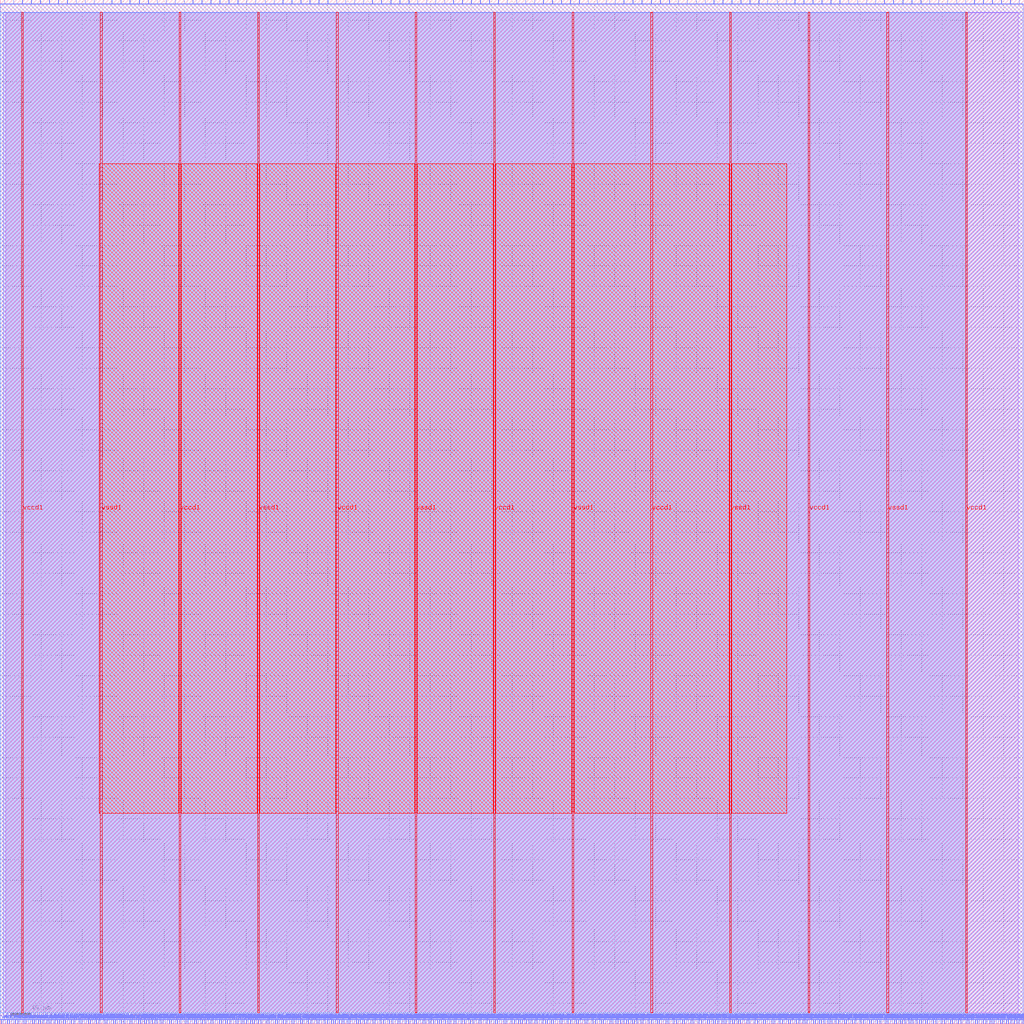
<source format=lef>
VERSION 5.7 ;
  NOWIREEXTENSIONATPIN ON ;
  DIVIDERCHAR "/" ;
  BUSBITCHARS "[]" ;
MACRO computer
  CLASS BLOCK ;
  FOREIGN computer ;
  ORIGIN 0.000 0.000 ;
  SIZE 1000.000 BY 1000.000 ;
  PIN io_in[0]
    DIRECTION INPUT ;
    USE SIGNAL ;
    PORT
      LAYER met2 ;
        RECT 4.230 996.000 4.510 1000.000 ;
    END
  END io_in[0]
  PIN io_in[10]
    DIRECTION INPUT ;
    USE SIGNAL ;
    PORT
      LAYER met2 ;
        RECT 267.350 996.000 267.630 1000.000 ;
    END
  END io_in[10]
  PIN io_in[11]
    DIRECTION INPUT ;
    USE SIGNAL ;
    PORT
      LAYER met2 ;
        RECT 293.570 996.000 293.850 1000.000 ;
    END
  END io_in[11]
  PIN io_in[12]
    DIRECTION INPUT ;
    USE SIGNAL ;
    PORT
      LAYER met2 ;
        RECT 319.790 996.000 320.070 1000.000 ;
    END
  END io_in[12]
  PIN io_in[13]
    DIRECTION INPUT ;
    USE SIGNAL ;
    PORT
      LAYER met2 ;
        RECT 346.010 996.000 346.290 1000.000 ;
    END
  END io_in[13]
  PIN io_in[14]
    DIRECTION INPUT ;
    USE SIGNAL ;
    PORT
      LAYER met2 ;
        RECT 372.230 996.000 372.510 1000.000 ;
    END
  END io_in[14]
  PIN io_in[15]
    DIRECTION INPUT ;
    USE SIGNAL ;
    PORT
      LAYER met2 ;
        RECT 398.910 996.000 399.190 1000.000 ;
    END
  END io_in[15]
  PIN io_in[16]
    DIRECTION INPUT ;
    USE SIGNAL ;
    PORT
      LAYER met2 ;
        RECT 425.130 996.000 425.410 1000.000 ;
    END
  END io_in[16]
  PIN io_in[17]
    DIRECTION INPUT ;
    USE SIGNAL ;
    PORT
      LAYER met2 ;
        RECT 451.350 996.000 451.630 1000.000 ;
    END
  END io_in[17]
  PIN io_in[18]
    DIRECTION INPUT ;
    USE SIGNAL ;
    PORT
      LAYER met2 ;
        RECT 477.570 996.000 477.850 1000.000 ;
    END
  END io_in[18]
  PIN io_in[19]
    DIRECTION INPUT ;
    USE SIGNAL ;
    PORT
      LAYER met2 ;
        RECT 504.250 996.000 504.530 1000.000 ;
    END
  END io_in[19]
  PIN io_in[1]
    DIRECTION INPUT ;
    USE SIGNAL ;
    PORT
      LAYER met2 ;
        RECT 30.450 996.000 30.730 1000.000 ;
    END
  END io_in[1]
  PIN io_in[20]
    DIRECTION INPUT ;
    USE SIGNAL ;
    PORT
      LAYER met2 ;
        RECT 530.470 996.000 530.750 1000.000 ;
    END
  END io_in[20]
  PIN io_in[21]
    DIRECTION INPUT ;
    USE SIGNAL ;
    PORT
      LAYER met2 ;
        RECT 556.690 996.000 556.970 1000.000 ;
    END
  END io_in[21]
  PIN io_in[22]
    DIRECTION INPUT ;
    USE SIGNAL ;
    PORT
      LAYER met2 ;
        RECT 582.910 996.000 583.190 1000.000 ;
    END
  END io_in[22]
  PIN io_in[23]
    DIRECTION INPUT ;
    USE SIGNAL ;
    PORT
      LAYER met2 ;
        RECT 609.130 996.000 609.410 1000.000 ;
    END
  END io_in[23]
  PIN io_in[24]
    DIRECTION INPUT ;
    USE SIGNAL ;
    PORT
      LAYER met2 ;
        RECT 635.810 996.000 636.090 1000.000 ;
    END
  END io_in[24]
  PIN io_in[25]
    DIRECTION INPUT ;
    USE SIGNAL ;
    PORT
      LAYER met2 ;
        RECT 662.030 996.000 662.310 1000.000 ;
    END
  END io_in[25]
  PIN io_in[26]
    DIRECTION INPUT ;
    USE SIGNAL ;
    PORT
      LAYER met2 ;
        RECT 688.250 996.000 688.530 1000.000 ;
    END
  END io_in[26]
  PIN io_in[27]
    DIRECTION INPUT ;
    USE SIGNAL ;
    PORT
      LAYER met2 ;
        RECT 714.470 996.000 714.750 1000.000 ;
    END
  END io_in[27]
  PIN io_in[28]
    DIRECTION INPUT ;
    USE SIGNAL ;
    PORT
      LAYER met2 ;
        RECT 740.690 996.000 740.970 1000.000 ;
    END
  END io_in[28]
  PIN io_in[29]
    DIRECTION INPUT ;
    USE SIGNAL ;
    PORT
      LAYER met2 ;
        RECT 767.370 996.000 767.650 1000.000 ;
    END
  END io_in[29]
  PIN io_in[2]
    DIRECTION INPUT ;
    USE SIGNAL ;
    PORT
      LAYER met2 ;
        RECT 56.670 996.000 56.950 1000.000 ;
    END
  END io_in[2]
  PIN io_in[30]
    DIRECTION INPUT ;
    USE SIGNAL ;
    PORT
      LAYER met2 ;
        RECT 793.590 996.000 793.870 1000.000 ;
    END
  END io_in[30]
  PIN io_in[31]
    DIRECTION INPUT ;
    USE SIGNAL ;
    PORT
      LAYER met2 ;
        RECT 819.810 996.000 820.090 1000.000 ;
    END
  END io_in[31]
  PIN io_in[32]
    DIRECTION INPUT ;
    USE SIGNAL ;
    PORT
      LAYER met2 ;
        RECT 846.030 996.000 846.310 1000.000 ;
    END
  END io_in[32]
  PIN io_in[33]
    DIRECTION INPUT ;
    USE SIGNAL ;
    PORT
      LAYER met2 ;
        RECT 872.250 996.000 872.530 1000.000 ;
    END
  END io_in[33]
  PIN io_in[34]
    DIRECTION INPUT ;
    USE SIGNAL ;
    PORT
      LAYER met2 ;
        RECT 898.930 996.000 899.210 1000.000 ;
    END
  END io_in[34]
  PIN io_in[35]
    DIRECTION INPUT ;
    USE SIGNAL ;
    PORT
      LAYER met2 ;
        RECT 925.150 996.000 925.430 1000.000 ;
    END
  END io_in[35]
  PIN io_in[36]
    DIRECTION INPUT ;
    USE SIGNAL ;
    PORT
      LAYER met2 ;
        RECT 951.370 996.000 951.650 1000.000 ;
    END
  END io_in[36]
  PIN io_in[37]
    DIRECTION INPUT ;
    USE SIGNAL ;
    PORT
      LAYER met2 ;
        RECT 977.590 996.000 977.870 1000.000 ;
    END
  END io_in[37]
  PIN io_in[3]
    DIRECTION INPUT ;
    USE SIGNAL ;
    PORT
      LAYER met2 ;
        RECT 82.890 996.000 83.170 1000.000 ;
    END
  END io_in[3]
  PIN io_in[4]
    DIRECTION INPUT ;
    USE SIGNAL ;
    PORT
      LAYER met2 ;
        RECT 109.110 996.000 109.390 1000.000 ;
    END
  END io_in[4]
  PIN io_in[5]
    DIRECTION INPUT ;
    USE SIGNAL ;
    PORT
      LAYER met2 ;
        RECT 135.790 996.000 136.070 1000.000 ;
    END
  END io_in[5]
  PIN io_in[6]
    DIRECTION INPUT ;
    USE SIGNAL ;
    PORT
      LAYER met2 ;
        RECT 162.010 996.000 162.290 1000.000 ;
    END
  END io_in[6]
  PIN io_in[7]
    DIRECTION INPUT ;
    USE SIGNAL ;
    PORT
      LAYER met2 ;
        RECT 188.230 996.000 188.510 1000.000 ;
    END
  END io_in[7]
  PIN io_in[8]
    DIRECTION INPUT ;
    USE SIGNAL ;
    PORT
      LAYER met2 ;
        RECT 214.450 996.000 214.730 1000.000 ;
    END
  END io_in[8]
  PIN io_in[9]
    DIRECTION INPUT ;
    USE SIGNAL ;
    PORT
      LAYER met2 ;
        RECT 240.670 996.000 240.950 1000.000 ;
    END
  END io_in[9]
  PIN io_oeb[0]
    DIRECTION OUTPUT TRISTATE ;
    USE SIGNAL ;
    PORT
      LAYER met2 ;
        RECT 12.970 996.000 13.250 1000.000 ;
    END
  END io_oeb[0]
  PIN io_oeb[10]
    DIRECTION OUTPUT TRISTATE ;
    USE SIGNAL ;
    PORT
      LAYER met2 ;
        RECT 276.090 996.000 276.370 1000.000 ;
    END
  END io_oeb[10]
  PIN io_oeb[11]
    DIRECTION OUTPUT TRISTATE ;
    USE SIGNAL ;
    PORT
      LAYER met2 ;
        RECT 302.310 996.000 302.590 1000.000 ;
    END
  END io_oeb[11]
  PIN io_oeb[12]
    DIRECTION OUTPUT TRISTATE ;
    USE SIGNAL ;
    PORT
      LAYER met2 ;
        RECT 328.530 996.000 328.810 1000.000 ;
    END
  END io_oeb[12]
  PIN io_oeb[13]
    DIRECTION OUTPUT TRISTATE ;
    USE SIGNAL ;
    PORT
      LAYER met2 ;
        RECT 354.750 996.000 355.030 1000.000 ;
    END
  END io_oeb[13]
  PIN io_oeb[14]
    DIRECTION OUTPUT TRISTATE ;
    USE SIGNAL ;
    PORT
      LAYER met2 ;
        RECT 381.430 996.000 381.710 1000.000 ;
    END
  END io_oeb[14]
  PIN io_oeb[15]
    DIRECTION OUTPUT TRISTATE ;
    USE SIGNAL ;
    PORT
      LAYER met2 ;
        RECT 407.650 996.000 407.930 1000.000 ;
    END
  END io_oeb[15]
  PIN io_oeb[16]
    DIRECTION OUTPUT TRISTATE ;
    USE SIGNAL ;
    PORT
      LAYER met2 ;
        RECT 433.870 996.000 434.150 1000.000 ;
    END
  END io_oeb[16]
  PIN io_oeb[17]
    DIRECTION OUTPUT TRISTATE ;
    USE SIGNAL ;
    PORT
      LAYER met2 ;
        RECT 460.090 996.000 460.370 1000.000 ;
    END
  END io_oeb[17]
  PIN io_oeb[18]
    DIRECTION OUTPUT TRISTATE ;
    USE SIGNAL ;
    PORT
      LAYER met2 ;
        RECT 486.310 996.000 486.590 1000.000 ;
    END
  END io_oeb[18]
  PIN io_oeb[19]
    DIRECTION OUTPUT TRISTATE ;
    USE SIGNAL ;
    PORT
      LAYER met2 ;
        RECT 512.990 996.000 513.270 1000.000 ;
    END
  END io_oeb[19]
  PIN io_oeb[1]
    DIRECTION OUTPUT TRISTATE ;
    USE SIGNAL ;
    PORT
      LAYER met2 ;
        RECT 39.190 996.000 39.470 1000.000 ;
    END
  END io_oeb[1]
  PIN io_oeb[20]
    DIRECTION OUTPUT TRISTATE ;
    USE SIGNAL ;
    PORT
      LAYER met2 ;
        RECT 539.210 996.000 539.490 1000.000 ;
    END
  END io_oeb[20]
  PIN io_oeb[21]
    DIRECTION OUTPUT TRISTATE ;
    USE SIGNAL ;
    PORT
      LAYER met2 ;
        RECT 565.430 996.000 565.710 1000.000 ;
    END
  END io_oeb[21]
  PIN io_oeb[22]
    DIRECTION OUTPUT TRISTATE ;
    USE SIGNAL ;
    PORT
      LAYER met2 ;
        RECT 591.650 996.000 591.930 1000.000 ;
    END
  END io_oeb[22]
  PIN io_oeb[23]
    DIRECTION OUTPUT TRISTATE ;
    USE SIGNAL ;
    PORT
      LAYER met2 ;
        RECT 617.870 996.000 618.150 1000.000 ;
    END
  END io_oeb[23]
  PIN io_oeb[24]
    DIRECTION OUTPUT TRISTATE ;
    USE SIGNAL ;
    PORT
      LAYER met2 ;
        RECT 644.550 996.000 644.830 1000.000 ;
    END
  END io_oeb[24]
  PIN io_oeb[25]
    DIRECTION OUTPUT TRISTATE ;
    USE SIGNAL ;
    PORT
      LAYER met2 ;
        RECT 670.770 996.000 671.050 1000.000 ;
    END
  END io_oeb[25]
  PIN io_oeb[26]
    DIRECTION OUTPUT TRISTATE ;
    USE SIGNAL ;
    PORT
      LAYER met2 ;
        RECT 696.990 996.000 697.270 1000.000 ;
    END
  END io_oeb[26]
  PIN io_oeb[27]
    DIRECTION OUTPUT TRISTATE ;
    USE SIGNAL ;
    PORT
      LAYER met2 ;
        RECT 723.210 996.000 723.490 1000.000 ;
    END
  END io_oeb[27]
  PIN io_oeb[28]
    DIRECTION OUTPUT TRISTATE ;
    USE SIGNAL ;
    PORT
      LAYER met2 ;
        RECT 749.430 996.000 749.710 1000.000 ;
    END
  END io_oeb[28]
  PIN io_oeb[29]
    DIRECTION OUTPUT TRISTATE ;
    USE SIGNAL ;
    PORT
      LAYER met2 ;
        RECT 776.110 996.000 776.390 1000.000 ;
    END
  END io_oeb[29]
  PIN io_oeb[2]
    DIRECTION OUTPUT TRISTATE ;
    USE SIGNAL ;
    PORT
      LAYER met2 ;
        RECT 65.410 996.000 65.690 1000.000 ;
    END
  END io_oeb[2]
  PIN io_oeb[30]
    DIRECTION OUTPUT TRISTATE ;
    USE SIGNAL ;
    PORT
      LAYER met2 ;
        RECT 802.330 996.000 802.610 1000.000 ;
    END
  END io_oeb[30]
  PIN io_oeb[31]
    DIRECTION OUTPUT TRISTATE ;
    USE SIGNAL ;
    PORT
      LAYER met2 ;
        RECT 828.550 996.000 828.830 1000.000 ;
    END
  END io_oeb[31]
  PIN io_oeb[32]
    DIRECTION OUTPUT TRISTATE ;
    USE SIGNAL ;
    PORT
      LAYER met2 ;
        RECT 854.770 996.000 855.050 1000.000 ;
    END
  END io_oeb[32]
  PIN io_oeb[33]
    DIRECTION OUTPUT TRISTATE ;
    USE SIGNAL ;
    PORT
      LAYER met2 ;
        RECT 881.450 996.000 881.730 1000.000 ;
    END
  END io_oeb[33]
  PIN io_oeb[34]
    DIRECTION OUTPUT TRISTATE ;
    USE SIGNAL ;
    PORT
      LAYER met2 ;
        RECT 907.670 996.000 907.950 1000.000 ;
    END
  END io_oeb[34]
  PIN io_oeb[35]
    DIRECTION OUTPUT TRISTATE ;
    USE SIGNAL ;
    PORT
      LAYER met2 ;
        RECT 933.890 996.000 934.170 1000.000 ;
    END
  END io_oeb[35]
  PIN io_oeb[36]
    DIRECTION OUTPUT TRISTATE ;
    USE SIGNAL ;
    PORT
      LAYER met2 ;
        RECT 960.110 996.000 960.390 1000.000 ;
    END
  END io_oeb[36]
  PIN io_oeb[37]
    DIRECTION OUTPUT TRISTATE ;
    USE SIGNAL ;
    PORT
      LAYER met2 ;
        RECT 986.330 996.000 986.610 1000.000 ;
    END
  END io_oeb[37]
  PIN io_oeb[3]
    DIRECTION OUTPUT TRISTATE ;
    USE SIGNAL ;
    PORT
      LAYER met2 ;
        RECT 91.630 996.000 91.910 1000.000 ;
    END
  END io_oeb[3]
  PIN io_oeb[4]
    DIRECTION OUTPUT TRISTATE ;
    USE SIGNAL ;
    PORT
      LAYER met2 ;
        RECT 117.850 996.000 118.130 1000.000 ;
    END
  END io_oeb[4]
  PIN io_oeb[5]
    DIRECTION OUTPUT TRISTATE ;
    USE SIGNAL ;
    PORT
      LAYER met2 ;
        RECT 144.530 996.000 144.810 1000.000 ;
    END
  END io_oeb[5]
  PIN io_oeb[6]
    DIRECTION OUTPUT TRISTATE ;
    USE SIGNAL ;
    PORT
      LAYER met2 ;
        RECT 170.750 996.000 171.030 1000.000 ;
    END
  END io_oeb[6]
  PIN io_oeb[7]
    DIRECTION OUTPUT TRISTATE ;
    USE SIGNAL ;
    PORT
      LAYER met2 ;
        RECT 196.970 996.000 197.250 1000.000 ;
    END
  END io_oeb[7]
  PIN io_oeb[8]
    DIRECTION OUTPUT TRISTATE ;
    USE SIGNAL ;
    PORT
      LAYER met2 ;
        RECT 223.190 996.000 223.470 1000.000 ;
    END
  END io_oeb[8]
  PIN io_oeb[9]
    DIRECTION OUTPUT TRISTATE ;
    USE SIGNAL ;
    PORT
      LAYER met2 ;
        RECT 249.410 996.000 249.690 1000.000 ;
    END
  END io_oeb[9]
  PIN io_out[0]
    DIRECTION OUTPUT TRISTATE ;
    USE SIGNAL ;
    PORT
      LAYER met2 ;
        RECT 21.710 996.000 21.990 1000.000 ;
    END
  END io_out[0]
  PIN io_out[10]
    DIRECTION OUTPUT TRISTATE ;
    USE SIGNAL ;
    PORT
      LAYER met2 ;
        RECT 284.830 996.000 285.110 1000.000 ;
    END
  END io_out[10]
  PIN io_out[11]
    DIRECTION OUTPUT TRISTATE ;
    USE SIGNAL ;
    PORT
      LAYER met2 ;
        RECT 311.050 996.000 311.330 1000.000 ;
    END
  END io_out[11]
  PIN io_out[12]
    DIRECTION OUTPUT TRISTATE ;
    USE SIGNAL ;
    PORT
      LAYER met2 ;
        RECT 337.270 996.000 337.550 1000.000 ;
    END
  END io_out[12]
  PIN io_out[13]
    DIRECTION OUTPUT TRISTATE ;
    USE SIGNAL ;
    PORT
      LAYER met2 ;
        RECT 363.490 996.000 363.770 1000.000 ;
    END
  END io_out[13]
  PIN io_out[14]
    DIRECTION OUTPUT TRISTATE ;
    USE SIGNAL ;
    PORT
      LAYER met2 ;
        RECT 390.170 996.000 390.450 1000.000 ;
    END
  END io_out[14]
  PIN io_out[15]
    DIRECTION OUTPUT TRISTATE ;
    USE SIGNAL ;
    PORT
      LAYER met2 ;
        RECT 416.390 996.000 416.670 1000.000 ;
    END
  END io_out[15]
  PIN io_out[16]
    DIRECTION OUTPUT TRISTATE ;
    USE SIGNAL ;
    PORT
      LAYER met2 ;
        RECT 442.610 996.000 442.890 1000.000 ;
    END
  END io_out[16]
  PIN io_out[17]
    DIRECTION OUTPUT TRISTATE ;
    USE SIGNAL ;
    PORT
      LAYER met2 ;
        RECT 468.830 996.000 469.110 1000.000 ;
    END
  END io_out[17]
  PIN io_out[18]
    DIRECTION OUTPUT TRISTATE ;
    USE SIGNAL ;
    PORT
      LAYER met2 ;
        RECT 495.050 996.000 495.330 1000.000 ;
    END
  END io_out[18]
  PIN io_out[19]
    DIRECTION OUTPUT TRISTATE ;
    USE SIGNAL ;
    PORT
      LAYER met2 ;
        RECT 521.730 996.000 522.010 1000.000 ;
    END
  END io_out[19]
  PIN io_out[1]
    DIRECTION OUTPUT TRISTATE ;
    USE SIGNAL ;
    PORT
      LAYER met2 ;
        RECT 47.930 996.000 48.210 1000.000 ;
    END
  END io_out[1]
  PIN io_out[20]
    DIRECTION OUTPUT TRISTATE ;
    USE SIGNAL ;
    PORT
      LAYER met2 ;
        RECT 547.950 996.000 548.230 1000.000 ;
    END
  END io_out[20]
  PIN io_out[21]
    DIRECTION OUTPUT TRISTATE ;
    USE SIGNAL ;
    PORT
      LAYER met2 ;
        RECT 574.170 996.000 574.450 1000.000 ;
    END
  END io_out[21]
  PIN io_out[22]
    DIRECTION OUTPUT TRISTATE ;
    USE SIGNAL ;
    PORT
      LAYER met2 ;
        RECT 600.390 996.000 600.670 1000.000 ;
    END
  END io_out[22]
  PIN io_out[23]
    DIRECTION OUTPUT TRISTATE ;
    USE SIGNAL ;
    PORT
      LAYER met2 ;
        RECT 626.610 996.000 626.890 1000.000 ;
    END
  END io_out[23]
  PIN io_out[24]
    DIRECTION OUTPUT TRISTATE ;
    USE SIGNAL ;
    PORT
      LAYER met2 ;
        RECT 653.290 996.000 653.570 1000.000 ;
    END
  END io_out[24]
  PIN io_out[25]
    DIRECTION OUTPUT TRISTATE ;
    USE SIGNAL ;
    PORT
      LAYER met2 ;
        RECT 679.510 996.000 679.790 1000.000 ;
    END
  END io_out[25]
  PIN io_out[26]
    DIRECTION OUTPUT TRISTATE ;
    USE SIGNAL ;
    PORT
      LAYER met2 ;
        RECT 705.730 996.000 706.010 1000.000 ;
    END
  END io_out[26]
  PIN io_out[27]
    DIRECTION OUTPUT TRISTATE ;
    USE SIGNAL ;
    PORT
      LAYER met2 ;
        RECT 731.950 996.000 732.230 1000.000 ;
    END
  END io_out[27]
  PIN io_out[28]
    DIRECTION OUTPUT TRISTATE ;
    USE SIGNAL ;
    PORT
      LAYER met2 ;
        RECT 758.630 996.000 758.910 1000.000 ;
    END
  END io_out[28]
  PIN io_out[29]
    DIRECTION OUTPUT TRISTATE ;
    USE SIGNAL ;
    PORT
      LAYER met2 ;
        RECT 784.850 996.000 785.130 1000.000 ;
    END
  END io_out[29]
  PIN io_out[2]
    DIRECTION OUTPUT TRISTATE ;
    USE SIGNAL ;
    PORT
      LAYER met2 ;
        RECT 74.150 996.000 74.430 1000.000 ;
    END
  END io_out[2]
  PIN io_out[30]
    DIRECTION OUTPUT TRISTATE ;
    USE SIGNAL ;
    PORT
      LAYER met2 ;
        RECT 811.070 996.000 811.350 1000.000 ;
    END
  END io_out[30]
  PIN io_out[31]
    DIRECTION OUTPUT TRISTATE ;
    USE SIGNAL ;
    PORT
      LAYER met2 ;
        RECT 837.290 996.000 837.570 1000.000 ;
    END
  END io_out[31]
  PIN io_out[32]
    DIRECTION OUTPUT TRISTATE ;
    USE SIGNAL ;
    PORT
      LAYER met2 ;
        RECT 863.510 996.000 863.790 1000.000 ;
    END
  END io_out[32]
  PIN io_out[33]
    DIRECTION OUTPUT TRISTATE ;
    USE SIGNAL ;
    PORT
      LAYER met2 ;
        RECT 890.190 996.000 890.470 1000.000 ;
    END
  END io_out[33]
  PIN io_out[34]
    DIRECTION OUTPUT TRISTATE ;
    USE SIGNAL ;
    PORT
      LAYER met2 ;
        RECT 916.410 996.000 916.690 1000.000 ;
    END
  END io_out[34]
  PIN io_out[35]
    DIRECTION OUTPUT TRISTATE ;
    USE SIGNAL ;
    PORT
      LAYER met2 ;
        RECT 942.630 996.000 942.910 1000.000 ;
    END
  END io_out[35]
  PIN io_out[36]
    DIRECTION OUTPUT TRISTATE ;
    USE SIGNAL ;
    PORT
      LAYER met2 ;
        RECT 968.850 996.000 969.130 1000.000 ;
    END
  END io_out[36]
  PIN io_out[37]
    DIRECTION OUTPUT TRISTATE ;
    USE SIGNAL ;
    PORT
      LAYER met2 ;
        RECT 995.070 996.000 995.350 1000.000 ;
    END
  END io_out[37]
  PIN io_out[3]
    DIRECTION OUTPUT TRISTATE ;
    USE SIGNAL ;
    PORT
      LAYER met2 ;
        RECT 100.370 996.000 100.650 1000.000 ;
    END
  END io_out[3]
  PIN io_out[4]
    DIRECTION OUTPUT TRISTATE ;
    USE SIGNAL ;
    PORT
      LAYER met2 ;
        RECT 126.590 996.000 126.870 1000.000 ;
    END
  END io_out[4]
  PIN io_out[5]
    DIRECTION OUTPUT TRISTATE ;
    USE SIGNAL ;
    PORT
      LAYER met2 ;
        RECT 153.270 996.000 153.550 1000.000 ;
    END
  END io_out[5]
  PIN io_out[6]
    DIRECTION OUTPUT TRISTATE ;
    USE SIGNAL ;
    PORT
      LAYER met2 ;
        RECT 179.490 996.000 179.770 1000.000 ;
    END
  END io_out[6]
  PIN io_out[7]
    DIRECTION OUTPUT TRISTATE ;
    USE SIGNAL ;
    PORT
      LAYER met2 ;
        RECT 205.710 996.000 205.990 1000.000 ;
    END
  END io_out[7]
  PIN io_out[8]
    DIRECTION OUTPUT TRISTATE ;
    USE SIGNAL ;
    PORT
      LAYER met2 ;
        RECT 231.930 996.000 232.210 1000.000 ;
    END
  END io_out[8]
  PIN io_out[9]
    DIRECTION OUTPUT TRISTATE ;
    USE SIGNAL ;
    PORT
      LAYER met2 ;
        RECT 258.610 996.000 258.890 1000.000 ;
    END
  END io_out[9]
  PIN irq[0]
    DIRECTION OUTPUT TRISTATE ;
    USE SIGNAL ;
    PORT
      LAYER met2 ;
        RECT 994.610 0.000 994.890 4.000 ;
    END
  END irq[0]
  PIN irq[1]
    DIRECTION OUTPUT TRISTATE ;
    USE SIGNAL ;
    PORT
      LAYER met2 ;
        RECT 996.910 0.000 997.190 4.000 ;
    END
  END irq[1]
  PIN irq[2]
    DIRECTION OUTPUT TRISTATE ;
    USE SIGNAL ;
    PORT
      LAYER met2 ;
        RECT 998.750 0.000 999.030 4.000 ;
    END
  END irq[2]
  PIN la_data_in[0]
    DIRECTION INPUT ;
    USE SIGNAL ;
    PORT
      LAYER met2 ;
        RECT 215.830 0.000 216.110 4.000 ;
    END
  END la_data_in[0]
  PIN la_data_in[100]
    DIRECTION INPUT ;
    USE SIGNAL ;
    PORT
      LAYER met2 ;
        RECT 824.410 0.000 824.690 4.000 ;
    END
  END la_data_in[100]
  PIN la_data_in[101]
    DIRECTION INPUT ;
    USE SIGNAL ;
    PORT
      LAYER met2 ;
        RECT 830.390 0.000 830.670 4.000 ;
    END
  END la_data_in[101]
  PIN la_data_in[102]
    DIRECTION INPUT ;
    USE SIGNAL ;
    PORT
      LAYER met2 ;
        RECT 836.370 0.000 836.650 4.000 ;
    END
  END la_data_in[102]
  PIN la_data_in[103]
    DIRECTION INPUT ;
    USE SIGNAL ;
    PORT
      LAYER met2 ;
        RECT 842.810 0.000 843.090 4.000 ;
    END
  END la_data_in[103]
  PIN la_data_in[104]
    DIRECTION INPUT ;
    USE SIGNAL ;
    PORT
      LAYER met2 ;
        RECT 848.790 0.000 849.070 4.000 ;
    END
  END la_data_in[104]
  PIN la_data_in[105]
    DIRECTION INPUT ;
    USE SIGNAL ;
    PORT
      LAYER met2 ;
        RECT 854.770 0.000 855.050 4.000 ;
    END
  END la_data_in[105]
  PIN la_data_in[106]
    DIRECTION INPUT ;
    USE SIGNAL ;
    PORT
      LAYER met2 ;
        RECT 860.750 0.000 861.030 4.000 ;
    END
  END la_data_in[106]
  PIN la_data_in[107]
    DIRECTION INPUT ;
    USE SIGNAL ;
    PORT
      LAYER met2 ;
        RECT 866.730 0.000 867.010 4.000 ;
    END
  END la_data_in[107]
  PIN la_data_in[108]
    DIRECTION INPUT ;
    USE SIGNAL ;
    PORT
      LAYER met2 ;
        RECT 873.170 0.000 873.450 4.000 ;
    END
  END la_data_in[108]
  PIN la_data_in[109]
    DIRECTION INPUT ;
    USE SIGNAL ;
    PORT
      LAYER met2 ;
        RECT 879.150 0.000 879.430 4.000 ;
    END
  END la_data_in[109]
  PIN la_data_in[10]
    DIRECTION INPUT ;
    USE SIGNAL ;
    PORT
      LAYER met2 ;
        RECT 276.550 0.000 276.830 4.000 ;
    END
  END la_data_in[10]
  PIN la_data_in[110]
    DIRECTION INPUT ;
    USE SIGNAL ;
    PORT
      LAYER met2 ;
        RECT 885.130 0.000 885.410 4.000 ;
    END
  END la_data_in[110]
  PIN la_data_in[111]
    DIRECTION INPUT ;
    USE SIGNAL ;
    PORT
      LAYER met2 ;
        RECT 891.110 0.000 891.390 4.000 ;
    END
  END la_data_in[111]
  PIN la_data_in[112]
    DIRECTION INPUT ;
    USE SIGNAL ;
    PORT
      LAYER met2 ;
        RECT 897.550 0.000 897.830 4.000 ;
    END
  END la_data_in[112]
  PIN la_data_in[113]
    DIRECTION INPUT ;
    USE SIGNAL ;
    PORT
      LAYER met2 ;
        RECT 903.530 0.000 903.810 4.000 ;
    END
  END la_data_in[113]
  PIN la_data_in[114]
    DIRECTION INPUT ;
    USE SIGNAL ;
    PORT
      LAYER met2 ;
        RECT 909.510 0.000 909.790 4.000 ;
    END
  END la_data_in[114]
  PIN la_data_in[115]
    DIRECTION INPUT ;
    USE SIGNAL ;
    PORT
      LAYER met2 ;
        RECT 915.490 0.000 915.770 4.000 ;
    END
  END la_data_in[115]
  PIN la_data_in[116]
    DIRECTION INPUT ;
    USE SIGNAL ;
    PORT
      LAYER met2 ;
        RECT 921.930 0.000 922.210 4.000 ;
    END
  END la_data_in[116]
  PIN la_data_in[117]
    DIRECTION INPUT ;
    USE SIGNAL ;
    PORT
      LAYER met2 ;
        RECT 927.910 0.000 928.190 4.000 ;
    END
  END la_data_in[117]
  PIN la_data_in[118]
    DIRECTION INPUT ;
    USE SIGNAL ;
    PORT
      LAYER met2 ;
        RECT 933.890 0.000 934.170 4.000 ;
    END
  END la_data_in[118]
  PIN la_data_in[119]
    DIRECTION INPUT ;
    USE SIGNAL ;
    PORT
      LAYER met2 ;
        RECT 939.870 0.000 940.150 4.000 ;
    END
  END la_data_in[119]
  PIN la_data_in[11]
    DIRECTION INPUT ;
    USE SIGNAL ;
    PORT
      LAYER met2 ;
        RECT 282.530 0.000 282.810 4.000 ;
    END
  END la_data_in[11]
  PIN la_data_in[120]
    DIRECTION INPUT ;
    USE SIGNAL ;
    PORT
      LAYER met2 ;
        RECT 945.850 0.000 946.130 4.000 ;
    END
  END la_data_in[120]
  PIN la_data_in[121]
    DIRECTION INPUT ;
    USE SIGNAL ;
    PORT
      LAYER met2 ;
        RECT 952.290 0.000 952.570 4.000 ;
    END
  END la_data_in[121]
  PIN la_data_in[122]
    DIRECTION INPUT ;
    USE SIGNAL ;
    PORT
      LAYER met2 ;
        RECT 958.270 0.000 958.550 4.000 ;
    END
  END la_data_in[122]
  PIN la_data_in[123]
    DIRECTION INPUT ;
    USE SIGNAL ;
    PORT
      LAYER met2 ;
        RECT 964.250 0.000 964.530 4.000 ;
    END
  END la_data_in[123]
  PIN la_data_in[124]
    DIRECTION INPUT ;
    USE SIGNAL ;
    PORT
      LAYER met2 ;
        RECT 970.230 0.000 970.510 4.000 ;
    END
  END la_data_in[124]
  PIN la_data_in[125]
    DIRECTION INPUT ;
    USE SIGNAL ;
    PORT
      LAYER met2 ;
        RECT 976.670 0.000 976.950 4.000 ;
    END
  END la_data_in[125]
  PIN la_data_in[126]
    DIRECTION INPUT ;
    USE SIGNAL ;
    PORT
      LAYER met2 ;
        RECT 982.650 0.000 982.930 4.000 ;
    END
  END la_data_in[126]
  PIN la_data_in[127]
    DIRECTION INPUT ;
    USE SIGNAL ;
    PORT
      LAYER met2 ;
        RECT 988.630 0.000 988.910 4.000 ;
    END
  END la_data_in[127]
  PIN la_data_in[12]
    DIRECTION INPUT ;
    USE SIGNAL ;
    PORT
      LAYER met2 ;
        RECT 288.970 0.000 289.250 4.000 ;
    END
  END la_data_in[12]
  PIN la_data_in[13]
    DIRECTION INPUT ;
    USE SIGNAL ;
    PORT
      LAYER met2 ;
        RECT 294.950 0.000 295.230 4.000 ;
    END
  END la_data_in[13]
  PIN la_data_in[14]
    DIRECTION INPUT ;
    USE SIGNAL ;
    PORT
      LAYER met2 ;
        RECT 300.930 0.000 301.210 4.000 ;
    END
  END la_data_in[14]
  PIN la_data_in[15]
    DIRECTION INPUT ;
    USE SIGNAL ;
    PORT
      LAYER met2 ;
        RECT 306.910 0.000 307.190 4.000 ;
    END
  END la_data_in[15]
  PIN la_data_in[16]
    DIRECTION INPUT ;
    USE SIGNAL ;
    PORT
      LAYER met2 ;
        RECT 313.350 0.000 313.630 4.000 ;
    END
  END la_data_in[16]
  PIN la_data_in[17]
    DIRECTION INPUT ;
    USE SIGNAL ;
    PORT
      LAYER met2 ;
        RECT 319.330 0.000 319.610 4.000 ;
    END
  END la_data_in[17]
  PIN la_data_in[18]
    DIRECTION INPUT ;
    USE SIGNAL ;
    PORT
      LAYER met2 ;
        RECT 325.310 0.000 325.590 4.000 ;
    END
  END la_data_in[18]
  PIN la_data_in[19]
    DIRECTION INPUT ;
    USE SIGNAL ;
    PORT
      LAYER met2 ;
        RECT 331.290 0.000 331.570 4.000 ;
    END
  END la_data_in[19]
  PIN la_data_in[1]
    DIRECTION INPUT ;
    USE SIGNAL ;
    PORT
      LAYER met2 ;
        RECT 221.810 0.000 222.090 4.000 ;
    END
  END la_data_in[1]
  PIN la_data_in[20]
    DIRECTION INPUT ;
    USE SIGNAL ;
    PORT
      LAYER met2 ;
        RECT 337.730 0.000 338.010 4.000 ;
    END
  END la_data_in[20]
  PIN la_data_in[21]
    DIRECTION INPUT ;
    USE SIGNAL ;
    PORT
      LAYER met2 ;
        RECT 343.710 0.000 343.990 4.000 ;
    END
  END la_data_in[21]
  PIN la_data_in[22]
    DIRECTION INPUT ;
    USE SIGNAL ;
    PORT
      LAYER met2 ;
        RECT 349.690 0.000 349.970 4.000 ;
    END
  END la_data_in[22]
  PIN la_data_in[23]
    DIRECTION INPUT ;
    USE SIGNAL ;
    PORT
      LAYER met2 ;
        RECT 355.670 0.000 355.950 4.000 ;
    END
  END la_data_in[23]
  PIN la_data_in[24]
    DIRECTION INPUT ;
    USE SIGNAL ;
    PORT
      LAYER met2 ;
        RECT 361.650 0.000 361.930 4.000 ;
    END
  END la_data_in[24]
  PIN la_data_in[25]
    DIRECTION INPUT ;
    USE SIGNAL ;
    PORT
      LAYER met2 ;
        RECT 368.090 0.000 368.370 4.000 ;
    END
  END la_data_in[25]
  PIN la_data_in[26]
    DIRECTION INPUT ;
    USE SIGNAL ;
    PORT
      LAYER met2 ;
        RECT 374.070 0.000 374.350 4.000 ;
    END
  END la_data_in[26]
  PIN la_data_in[27]
    DIRECTION INPUT ;
    USE SIGNAL ;
    PORT
      LAYER met2 ;
        RECT 380.050 0.000 380.330 4.000 ;
    END
  END la_data_in[27]
  PIN la_data_in[28]
    DIRECTION INPUT ;
    USE SIGNAL ;
    PORT
      LAYER met2 ;
        RECT 386.030 0.000 386.310 4.000 ;
    END
  END la_data_in[28]
  PIN la_data_in[29]
    DIRECTION INPUT ;
    USE SIGNAL ;
    PORT
      LAYER met2 ;
        RECT 392.470 0.000 392.750 4.000 ;
    END
  END la_data_in[29]
  PIN la_data_in[2]
    DIRECTION INPUT ;
    USE SIGNAL ;
    PORT
      LAYER met2 ;
        RECT 227.790 0.000 228.070 4.000 ;
    END
  END la_data_in[2]
  PIN la_data_in[30]
    DIRECTION INPUT ;
    USE SIGNAL ;
    PORT
      LAYER met2 ;
        RECT 398.450 0.000 398.730 4.000 ;
    END
  END la_data_in[30]
  PIN la_data_in[31]
    DIRECTION INPUT ;
    USE SIGNAL ;
    PORT
      LAYER met2 ;
        RECT 404.430 0.000 404.710 4.000 ;
    END
  END la_data_in[31]
  PIN la_data_in[32]
    DIRECTION INPUT ;
    USE SIGNAL ;
    PORT
      LAYER met2 ;
        RECT 410.410 0.000 410.690 4.000 ;
    END
  END la_data_in[32]
  PIN la_data_in[33]
    DIRECTION INPUT ;
    USE SIGNAL ;
    PORT
      LAYER met2 ;
        RECT 416.390 0.000 416.670 4.000 ;
    END
  END la_data_in[33]
  PIN la_data_in[34]
    DIRECTION INPUT ;
    USE SIGNAL ;
    PORT
      LAYER met2 ;
        RECT 422.830 0.000 423.110 4.000 ;
    END
  END la_data_in[34]
  PIN la_data_in[35]
    DIRECTION INPUT ;
    USE SIGNAL ;
    PORT
      LAYER met2 ;
        RECT 428.810 0.000 429.090 4.000 ;
    END
  END la_data_in[35]
  PIN la_data_in[36]
    DIRECTION INPUT ;
    USE SIGNAL ;
    PORT
      LAYER met2 ;
        RECT 434.790 0.000 435.070 4.000 ;
    END
  END la_data_in[36]
  PIN la_data_in[37]
    DIRECTION INPUT ;
    USE SIGNAL ;
    PORT
      LAYER met2 ;
        RECT 440.770 0.000 441.050 4.000 ;
    END
  END la_data_in[37]
  PIN la_data_in[38]
    DIRECTION INPUT ;
    USE SIGNAL ;
    PORT
      LAYER met2 ;
        RECT 447.210 0.000 447.490 4.000 ;
    END
  END la_data_in[38]
  PIN la_data_in[39]
    DIRECTION INPUT ;
    USE SIGNAL ;
    PORT
      LAYER met2 ;
        RECT 453.190 0.000 453.470 4.000 ;
    END
  END la_data_in[39]
  PIN la_data_in[3]
    DIRECTION INPUT ;
    USE SIGNAL ;
    PORT
      LAYER met2 ;
        RECT 234.230 0.000 234.510 4.000 ;
    END
  END la_data_in[3]
  PIN la_data_in[40]
    DIRECTION INPUT ;
    USE SIGNAL ;
    PORT
      LAYER met2 ;
        RECT 459.170 0.000 459.450 4.000 ;
    END
  END la_data_in[40]
  PIN la_data_in[41]
    DIRECTION INPUT ;
    USE SIGNAL ;
    PORT
      LAYER met2 ;
        RECT 465.150 0.000 465.430 4.000 ;
    END
  END la_data_in[41]
  PIN la_data_in[42]
    DIRECTION INPUT ;
    USE SIGNAL ;
    PORT
      LAYER met2 ;
        RECT 471.590 0.000 471.870 4.000 ;
    END
  END la_data_in[42]
  PIN la_data_in[43]
    DIRECTION INPUT ;
    USE SIGNAL ;
    PORT
      LAYER met2 ;
        RECT 477.570 0.000 477.850 4.000 ;
    END
  END la_data_in[43]
  PIN la_data_in[44]
    DIRECTION INPUT ;
    USE SIGNAL ;
    PORT
      LAYER met2 ;
        RECT 483.550 0.000 483.830 4.000 ;
    END
  END la_data_in[44]
  PIN la_data_in[45]
    DIRECTION INPUT ;
    USE SIGNAL ;
    PORT
      LAYER met2 ;
        RECT 489.530 0.000 489.810 4.000 ;
    END
  END la_data_in[45]
  PIN la_data_in[46]
    DIRECTION INPUT ;
    USE SIGNAL ;
    PORT
      LAYER met2 ;
        RECT 495.510 0.000 495.790 4.000 ;
    END
  END la_data_in[46]
  PIN la_data_in[47]
    DIRECTION INPUT ;
    USE SIGNAL ;
    PORT
      LAYER met2 ;
        RECT 501.950 0.000 502.230 4.000 ;
    END
  END la_data_in[47]
  PIN la_data_in[48]
    DIRECTION INPUT ;
    USE SIGNAL ;
    PORT
      LAYER met2 ;
        RECT 507.930 0.000 508.210 4.000 ;
    END
  END la_data_in[48]
  PIN la_data_in[49]
    DIRECTION INPUT ;
    USE SIGNAL ;
    PORT
      LAYER met2 ;
        RECT 513.910 0.000 514.190 4.000 ;
    END
  END la_data_in[49]
  PIN la_data_in[4]
    DIRECTION INPUT ;
    USE SIGNAL ;
    PORT
      LAYER met2 ;
        RECT 240.210 0.000 240.490 4.000 ;
    END
  END la_data_in[4]
  PIN la_data_in[50]
    DIRECTION INPUT ;
    USE SIGNAL ;
    PORT
      LAYER met2 ;
        RECT 519.890 0.000 520.170 4.000 ;
    END
  END la_data_in[50]
  PIN la_data_in[51]
    DIRECTION INPUT ;
    USE SIGNAL ;
    PORT
      LAYER met2 ;
        RECT 526.330 0.000 526.610 4.000 ;
    END
  END la_data_in[51]
  PIN la_data_in[52]
    DIRECTION INPUT ;
    USE SIGNAL ;
    PORT
      LAYER met2 ;
        RECT 532.310 0.000 532.590 4.000 ;
    END
  END la_data_in[52]
  PIN la_data_in[53]
    DIRECTION INPUT ;
    USE SIGNAL ;
    PORT
      LAYER met2 ;
        RECT 538.290 0.000 538.570 4.000 ;
    END
  END la_data_in[53]
  PIN la_data_in[54]
    DIRECTION INPUT ;
    USE SIGNAL ;
    PORT
      LAYER met2 ;
        RECT 544.270 0.000 544.550 4.000 ;
    END
  END la_data_in[54]
  PIN la_data_in[55]
    DIRECTION INPUT ;
    USE SIGNAL ;
    PORT
      LAYER met2 ;
        RECT 550.710 0.000 550.990 4.000 ;
    END
  END la_data_in[55]
  PIN la_data_in[56]
    DIRECTION INPUT ;
    USE SIGNAL ;
    PORT
      LAYER met2 ;
        RECT 556.690 0.000 556.970 4.000 ;
    END
  END la_data_in[56]
  PIN la_data_in[57]
    DIRECTION INPUT ;
    USE SIGNAL ;
    PORT
      LAYER met2 ;
        RECT 562.670 0.000 562.950 4.000 ;
    END
  END la_data_in[57]
  PIN la_data_in[58]
    DIRECTION INPUT ;
    USE SIGNAL ;
    PORT
      LAYER met2 ;
        RECT 568.650 0.000 568.930 4.000 ;
    END
  END la_data_in[58]
  PIN la_data_in[59]
    DIRECTION INPUT ;
    USE SIGNAL ;
    PORT
      LAYER met2 ;
        RECT 574.630 0.000 574.910 4.000 ;
    END
  END la_data_in[59]
  PIN la_data_in[5]
    DIRECTION INPUT ;
    USE SIGNAL ;
    PORT
      LAYER met2 ;
        RECT 246.190 0.000 246.470 4.000 ;
    END
  END la_data_in[5]
  PIN la_data_in[60]
    DIRECTION INPUT ;
    USE SIGNAL ;
    PORT
      LAYER met2 ;
        RECT 581.070 0.000 581.350 4.000 ;
    END
  END la_data_in[60]
  PIN la_data_in[61]
    DIRECTION INPUT ;
    USE SIGNAL ;
    PORT
      LAYER met2 ;
        RECT 587.050 0.000 587.330 4.000 ;
    END
  END la_data_in[61]
  PIN la_data_in[62]
    DIRECTION INPUT ;
    USE SIGNAL ;
    PORT
      LAYER met2 ;
        RECT 593.030 0.000 593.310 4.000 ;
    END
  END la_data_in[62]
  PIN la_data_in[63]
    DIRECTION INPUT ;
    USE SIGNAL ;
    PORT
      LAYER met2 ;
        RECT 599.010 0.000 599.290 4.000 ;
    END
  END la_data_in[63]
  PIN la_data_in[64]
    DIRECTION INPUT ;
    USE SIGNAL ;
    PORT
      LAYER met2 ;
        RECT 605.450 0.000 605.730 4.000 ;
    END
  END la_data_in[64]
  PIN la_data_in[65]
    DIRECTION INPUT ;
    USE SIGNAL ;
    PORT
      LAYER met2 ;
        RECT 611.430 0.000 611.710 4.000 ;
    END
  END la_data_in[65]
  PIN la_data_in[66]
    DIRECTION INPUT ;
    USE SIGNAL ;
    PORT
      LAYER met2 ;
        RECT 617.410 0.000 617.690 4.000 ;
    END
  END la_data_in[66]
  PIN la_data_in[67]
    DIRECTION INPUT ;
    USE SIGNAL ;
    PORT
      LAYER met2 ;
        RECT 623.390 0.000 623.670 4.000 ;
    END
  END la_data_in[67]
  PIN la_data_in[68]
    DIRECTION INPUT ;
    USE SIGNAL ;
    PORT
      LAYER met2 ;
        RECT 629.830 0.000 630.110 4.000 ;
    END
  END la_data_in[68]
  PIN la_data_in[69]
    DIRECTION INPUT ;
    USE SIGNAL ;
    PORT
      LAYER met2 ;
        RECT 635.810 0.000 636.090 4.000 ;
    END
  END la_data_in[69]
  PIN la_data_in[6]
    DIRECTION INPUT ;
    USE SIGNAL ;
    PORT
      LAYER met2 ;
        RECT 252.170 0.000 252.450 4.000 ;
    END
  END la_data_in[6]
  PIN la_data_in[70]
    DIRECTION INPUT ;
    USE SIGNAL ;
    PORT
      LAYER met2 ;
        RECT 641.790 0.000 642.070 4.000 ;
    END
  END la_data_in[70]
  PIN la_data_in[71]
    DIRECTION INPUT ;
    USE SIGNAL ;
    PORT
      LAYER met2 ;
        RECT 647.770 0.000 648.050 4.000 ;
    END
  END la_data_in[71]
  PIN la_data_in[72]
    DIRECTION INPUT ;
    USE SIGNAL ;
    PORT
      LAYER met2 ;
        RECT 653.750 0.000 654.030 4.000 ;
    END
  END la_data_in[72]
  PIN la_data_in[73]
    DIRECTION INPUT ;
    USE SIGNAL ;
    PORT
      LAYER met2 ;
        RECT 660.190 0.000 660.470 4.000 ;
    END
  END la_data_in[73]
  PIN la_data_in[74]
    DIRECTION INPUT ;
    USE SIGNAL ;
    PORT
      LAYER met2 ;
        RECT 666.170 0.000 666.450 4.000 ;
    END
  END la_data_in[74]
  PIN la_data_in[75]
    DIRECTION INPUT ;
    USE SIGNAL ;
    PORT
      LAYER met2 ;
        RECT 672.150 0.000 672.430 4.000 ;
    END
  END la_data_in[75]
  PIN la_data_in[76]
    DIRECTION INPUT ;
    USE SIGNAL ;
    PORT
      LAYER met2 ;
        RECT 678.130 0.000 678.410 4.000 ;
    END
  END la_data_in[76]
  PIN la_data_in[77]
    DIRECTION INPUT ;
    USE SIGNAL ;
    PORT
      LAYER met2 ;
        RECT 684.570 0.000 684.850 4.000 ;
    END
  END la_data_in[77]
  PIN la_data_in[78]
    DIRECTION INPUT ;
    USE SIGNAL ;
    PORT
      LAYER met2 ;
        RECT 690.550 0.000 690.830 4.000 ;
    END
  END la_data_in[78]
  PIN la_data_in[79]
    DIRECTION INPUT ;
    USE SIGNAL ;
    PORT
      LAYER met2 ;
        RECT 696.530 0.000 696.810 4.000 ;
    END
  END la_data_in[79]
  PIN la_data_in[7]
    DIRECTION INPUT ;
    USE SIGNAL ;
    PORT
      LAYER met2 ;
        RECT 258.610 0.000 258.890 4.000 ;
    END
  END la_data_in[7]
  PIN la_data_in[80]
    DIRECTION INPUT ;
    USE SIGNAL ;
    PORT
      LAYER met2 ;
        RECT 702.510 0.000 702.790 4.000 ;
    END
  END la_data_in[80]
  PIN la_data_in[81]
    DIRECTION INPUT ;
    USE SIGNAL ;
    PORT
      LAYER met2 ;
        RECT 708.490 0.000 708.770 4.000 ;
    END
  END la_data_in[81]
  PIN la_data_in[82]
    DIRECTION INPUT ;
    USE SIGNAL ;
    PORT
      LAYER met2 ;
        RECT 714.930 0.000 715.210 4.000 ;
    END
  END la_data_in[82]
  PIN la_data_in[83]
    DIRECTION INPUT ;
    USE SIGNAL ;
    PORT
      LAYER met2 ;
        RECT 720.910 0.000 721.190 4.000 ;
    END
  END la_data_in[83]
  PIN la_data_in[84]
    DIRECTION INPUT ;
    USE SIGNAL ;
    PORT
      LAYER met2 ;
        RECT 726.890 0.000 727.170 4.000 ;
    END
  END la_data_in[84]
  PIN la_data_in[85]
    DIRECTION INPUT ;
    USE SIGNAL ;
    PORT
      LAYER met2 ;
        RECT 732.870 0.000 733.150 4.000 ;
    END
  END la_data_in[85]
  PIN la_data_in[86]
    DIRECTION INPUT ;
    USE SIGNAL ;
    PORT
      LAYER met2 ;
        RECT 739.310 0.000 739.590 4.000 ;
    END
  END la_data_in[86]
  PIN la_data_in[87]
    DIRECTION INPUT ;
    USE SIGNAL ;
    PORT
      LAYER met2 ;
        RECT 745.290 0.000 745.570 4.000 ;
    END
  END la_data_in[87]
  PIN la_data_in[88]
    DIRECTION INPUT ;
    USE SIGNAL ;
    PORT
      LAYER met2 ;
        RECT 751.270 0.000 751.550 4.000 ;
    END
  END la_data_in[88]
  PIN la_data_in[89]
    DIRECTION INPUT ;
    USE SIGNAL ;
    PORT
      LAYER met2 ;
        RECT 757.250 0.000 757.530 4.000 ;
    END
  END la_data_in[89]
  PIN la_data_in[8]
    DIRECTION INPUT ;
    USE SIGNAL ;
    PORT
      LAYER met2 ;
        RECT 264.590 0.000 264.870 4.000 ;
    END
  END la_data_in[8]
  PIN la_data_in[90]
    DIRECTION INPUT ;
    USE SIGNAL ;
    PORT
      LAYER met2 ;
        RECT 763.690 0.000 763.970 4.000 ;
    END
  END la_data_in[90]
  PIN la_data_in[91]
    DIRECTION INPUT ;
    USE SIGNAL ;
    PORT
      LAYER met2 ;
        RECT 769.670 0.000 769.950 4.000 ;
    END
  END la_data_in[91]
  PIN la_data_in[92]
    DIRECTION INPUT ;
    USE SIGNAL ;
    PORT
      LAYER met2 ;
        RECT 775.650 0.000 775.930 4.000 ;
    END
  END la_data_in[92]
  PIN la_data_in[93]
    DIRECTION INPUT ;
    USE SIGNAL ;
    PORT
      LAYER met2 ;
        RECT 781.630 0.000 781.910 4.000 ;
    END
  END la_data_in[93]
  PIN la_data_in[94]
    DIRECTION INPUT ;
    USE SIGNAL ;
    PORT
      LAYER met2 ;
        RECT 787.610 0.000 787.890 4.000 ;
    END
  END la_data_in[94]
  PIN la_data_in[95]
    DIRECTION INPUT ;
    USE SIGNAL ;
    PORT
      LAYER met2 ;
        RECT 794.050 0.000 794.330 4.000 ;
    END
  END la_data_in[95]
  PIN la_data_in[96]
    DIRECTION INPUT ;
    USE SIGNAL ;
    PORT
      LAYER met2 ;
        RECT 800.030 0.000 800.310 4.000 ;
    END
  END la_data_in[96]
  PIN la_data_in[97]
    DIRECTION INPUT ;
    USE SIGNAL ;
    PORT
      LAYER met2 ;
        RECT 806.010 0.000 806.290 4.000 ;
    END
  END la_data_in[97]
  PIN la_data_in[98]
    DIRECTION INPUT ;
    USE SIGNAL ;
    PORT
      LAYER met2 ;
        RECT 811.990 0.000 812.270 4.000 ;
    END
  END la_data_in[98]
  PIN la_data_in[99]
    DIRECTION INPUT ;
    USE SIGNAL ;
    PORT
      LAYER met2 ;
        RECT 818.430 0.000 818.710 4.000 ;
    END
  END la_data_in[99]
  PIN la_data_in[9]
    DIRECTION INPUT ;
    USE SIGNAL ;
    PORT
      LAYER met2 ;
        RECT 270.570 0.000 270.850 4.000 ;
    END
  END la_data_in[9]
  PIN la_data_out[0]
    DIRECTION OUTPUT TRISTATE ;
    USE SIGNAL ;
    PORT
      LAYER met2 ;
        RECT 217.670 0.000 217.950 4.000 ;
    END
  END la_data_out[0]
  PIN la_data_out[100]
    DIRECTION OUTPUT TRISTATE ;
    USE SIGNAL ;
    PORT
      LAYER met2 ;
        RECT 826.250 0.000 826.530 4.000 ;
    END
  END la_data_out[100]
  PIN la_data_out[101]
    DIRECTION OUTPUT TRISTATE ;
    USE SIGNAL ;
    PORT
      LAYER met2 ;
        RECT 832.230 0.000 832.510 4.000 ;
    END
  END la_data_out[101]
  PIN la_data_out[102]
    DIRECTION OUTPUT TRISTATE ;
    USE SIGNAL ;
    PORT
      LAYER met2 ;
        RECT 838.670 0.000 838.950 4.000 ;
    END
  END la_data_out[102]
  PIN la_data_out[103]
    DIRECTION OUTPUT TRISTATE ;
    USE SIGNAL ;
    PORT
      LAYER met2 ;
        RECT 844.650 0.000 844.930 4.000 ;
    END
  END la_data_out[103]
  PIN la_data_out[104]
    DIRECTION OUTPUT TRISTATE ;
    USE SIGNAL ;
    PORT
      LAYER met2 ;
        RECT 850.630 0.000 850.910 4.000 ;
    END
  END la_data_out[104]
  PIN la_data_out[105]
    DIRECTION OUTPUT TRISTATE ;
    USE SIGNAL ;
    PORT
      LAYER met2 ;
        RECT 856.610 0.000 856.890 4.000 ;
    END
  END la_data_out[105]
  PIN la_data_out[106]
    DIRECTION OUTPUT TRISTATE ;
    USE SIGNAL ;
    PORT
      LAYER met2 ;
        RECT 863.050 0.000 863.330 4.000 ;
    END
  END la_data_out[106]
  PIN la_data_out[107]
    DIRECTION OUTPUT TRISTATE ;
    USE SIGNAL ;
    PORT
      LAYER met2 ;
        RECT 869.030 0.000 869.310 4.000 ;
    END
  END la_data_out[107]
  PIN la_data_out[108]
    DIRECTION OUTPUT TRISTATE ;
    USE SIGNAL ;
    PORT
      LAYER met2 ;
        RECT 875.010 0.000 875.290 4.000 ;
    END
  END la_data_out[108]
  PIN la_data_out[109]
    DIRECTION OUTPUT TRISTATE ;
    USE SIGNAL ;
    PORT
      LAYER met2 ;
        RECT 880.990 0.000 881.270 4.000 ;
    END
  END la_data_out[109]
  PIN la_data_out[10]
    DIRECTION OUTPUT TRISTATE ;
    USE SIGNAL ;
    PORT
      LAYER met2 ;
        RECT 278.850 0.000 279.130 4.000 ;
    END
  END la_data_out[10]
  PIN la_data_out[110]
    DIRECTION OUTPUT TRISTATE ;
    USE SIGNAL ;
    PORT
      LAYER met2 ;
        RECT 887.430 0.000 887.710 4.000 ;
    END
  END la_data_out[110]
  PIN la_data_out[111]
    DIRECTION OUTPUT TRISTATE ;
    USE SIGNAL ;
    PORT
      LAYER met2 ;
        RECT 893.410 0.000 893.690 4.000 ;
    END
  END la_data_out[111]
  PIN la_data_out[112]
    DIRECTION OUTPUT TRISTATE ;
    USE SIGNAL ;
    PORT
      LAYER met2 ;
        RECT 899.390 0.000 899.670 4.000 ;
    END
  END la_data_out[112]
  PIN la_data_out[113]
    DIRECTION OUTPUT TRISTATE ;
    USE SIGNAL ;
    PORT
      LAYER met2 ;
        RECT 905.370 0.000 905.650 4.000 ;
    END
  END la_data_out[113]
  PIN la_data_out[114]
    DIRECTION OUTPUT TRISTATE ;
    USE SIGNAL ;
    PORT
      LAYER met2 ;
        RECT 911.350 0.000 911.630 4.000 ;
    END
  END la_data_out[114]
  PIN la_data_out[115]
    DIRECTION OUTPUT TRISTATE ;
    USE SIGNAL ;
    PORT
      LAYER met2 ;
        RECT 917.790 0.000 918.070 4.000 ;
    END
  END la_data_out[115]
  PIN la_data_out[116]
    DIRECTION OUTPUT TRISTATE ;
    USE SIGNAL ;
    PORT
      LAYER met2 ;
        RECT 923.770 0.000 924.050 4.000 ;
    END
  END la_data_out[116]
  PIN la_data_out[117]
    DIRECTION OUTPUT TRISTATE ;
    USE SIGNAL ;
    PORT
      LAYER met2 ;
        RECT 929.750 0.000 930.030 4.000 ;
    END
  END la_data_out[117]
  PIN la_data_out[118]
    DIRECTION OUTPUT TRISTATE ;
    USE SIGNAL ;
    PORT
      LAYER met2 ;
        RECT 935.730 0.000 936.010 4.000 ;
    END
  END la_data_out[118]
  PIN la_data_out[119]
    DIRECTION OUTPUT TRISTATE ;
    USE SIGNAL ;
    PORT
      LAYER met2 ;
        RECT 942.170 0.000 942.450 4.000 ;
    END
  END la_data_out[119]
  PIN la_data_out[11]
    DIRECTION OUTPUT TRISTATE ;
    USE SIGNAL ;
    PORT
      LAYER met2 ;
        RECT 284.830 0.000 285.110 4.000 ;
    END
  END la_data_out[11]
  PIN la_data_out[120]
    DIRECTION OUTPUT TRISTATE ;
    USE SIGNAL ;
    PORT
      LAYER met2 ;
        RECT 948.150 0.000 948.430 4.000 ;
    END
  END la_data_out[120]
  PIN la_data_out[121]
    DIRECTION OUTPUT TRISTATE ;
    USE SIGNAL ;
    PORT
      LAYER met2 ;
        RECT 954.130 0.000 954.410 4.000 ;
    END
  END la_data_out[121]
  PIN la_data_out[122]
    DIRECTION OUTPUT TRISTATE ;
    USE SIGNAL ;
    PORT
      LAYER met2 ;
        RECT 960.110 0.000 960.390 4.000 ;
    END
  END la_data_out[122]
  PIN la_data_out[123]
    DIRECTION OUTPUT TRISTATE ;
    USE SIGNAL ;
    PORT
      LAYER met2 ;
        RECT 966.550 0.000 966.830 4.000 ;
    END
  END la_data_out[123]
  PIN la_data_out[124]
    DIRECTION OUTPUT TRISTATE ;
    USE SIGNAL ;
    PORT
      LAYER met2 ;
        RECT 972.530 0.000 972.810 4.000 ;
    END
  END la_data_out[124]
  PIN la_data_out[125]
    DIRECTION OUTPUT TRISTATE ;
    USE SIGNAL ;
    PORT
      LAYER met2 ;
        RECT 978.510 0.000 978.790 4.000 ;
    END
  END la_data_out[125]
  PIN la_data_out[126]
    DIRECTION OUTPUT TRISTATE ;
    USE SIGNAL ;
    PORT
      LAYER met2 ;
        RECT 984.490 0.000 984.770 4.000 ;
    END
  END la_data_out[126]
  PIN la_data_out[127]
    DIRECTION OUTPUT TRISTATE ;
    USE SIGNAL ;
    PORT
      LAYER met2 ;
        RECT 990.470 0.000 990.750 4.000 ;
    END
  END la_data_out[127]
  PIN la_data_out[12]
    DIRECTION OUTPUT TRISTATE ;
    USE SIGNAL ;
    PORT
      LAYER met2 ;
        RECT 290.810 0.000 291.090 4.000 ;
    END
  END la_data_out[12]
  PIN la_data_out[13]
    DIRECTION OUTPUT TRISTATE ;
    USE SIGNAL ;
    PORT
      LAYER met2 ;
        RECT 296.790 0.000 297.070 4.000 ;
    END
  END la_data_out[13]
  PIN la_data_out[14]
    DIRECTION OUTPUT TRISTATE ;
    USE SIGNAL ;
    PORT
      LAYER met2 ;
        RECT 303.230 0.000 303.510 4.000 ;
    END
  END la_data_out[14]
  PIN la_data_out[15]
    DIRECTION OUTPUT TRISTATE ;
    USE SIGNAL ;
    PORT
      LAYER met2 ;
        RECT 309.210 0.000 309.490 4.000 ;
    END
  END la_data_out[15]
  PIN la_data_out[16]
    DIRECTION OUTPUT TRISTATE ;
    USE SIGNAL ;
    PORT
      LAYER met2 ;
        RECT 315.190 0.000 315.470 4.000 ;
    END
  END la_data_out[16]
  PIN la_data_out[17]
    DIRECTION OUTPUT TRISTATE ;
    USE SIGNAL ;
    PORT
      LAYER met2 ;
        RECT 321.170 0.000 321.450 4.000 ;
    END
  END la_data_out[17]
  PIN la_data_out[18]
    DIRECTION OUTPUT TRISTATE ;
    USE SIGNAL ;
    PORT
      LAYER met2 ;
        RECT 327.150 0.000 327.430 4.000 ;
    END
  END la_data_out[18]
  PIN la_data_out[19]
    DIRECTION OUTPUT TRISTATE ;
    USE SIGNAL ;
    PORT
      LAYER met2 ;
        RECT 333.590 0.000 333.870 4.000 ;
    END
  END la_data_out[19]
  PIN la_data_out[1]
    DIRECTION OUTPUT TRISTATE ;
    USE SIGNAL ;
    PORT
      LAYER met2 ;
        RECT 224.110 0.000 224.390 4.000 ;
    END
  END la_data_out[1]
  PIN la_data_out[20]
    DIRECTION OUTPUT TRISTATE ;
    USE SIGNAL ;
    PORT
      LAYER met2 ;
        RECT 339.570 0.000 339.850 4.000 ;
    END
  END la_data_out[20]
  PIN la_data_out[21]
    DIRECTION OUTPUT TRISTATE ;
    USE SIGNAL ;
    PORT
      LAYER met2 ;
        RECT 345.550 0.000 345.830 4.000 ;
    END
  END la_data_out[21]
  PIN la_data_out[22]
    DIRECTION OUTPUT TRISTATE ;
    USE SIGNAL ;
    PORT
      LAYER met2 ;
        RECT 351.530 0.000 351.810 4.000 ;
    END
  END la_data_out[22]
  PIN la_data_out[23]
    DIRECTION OUTPUT TRISTATE ;
    USE SIGNAL ;
    PORT
      LAYER met2 ;
        RECT 357.970 0.000 358.250 4.000 ;
    END
  END la_data_out[23]
  PIN la_data_out[24]
    DIRECTION OUTPUT TRISTATE ;
    USE SIGNAL ;
    PORT
      LAYER met2 ;
        RECT 363.950 0.000 364.230 4.000 ;
    END
  END la_data_out[24]
  PIN la_data_out[25]
    DIRECTION OUTPUT TRISTATE ;
    USE SIGNAL ;
    PORT
      LAYER met2 ;
        RECT 369.930 0.000 370.210 4.000 ;
    END
  END la_data_out[25]
  PIN la_data_out[26]
    DIRECTION OUTPUT TRISTATE ;
    USE SIGNAL ;
    PORT
      LAYER met2 ;
        RECT 375.910 0.000 376.190 4.000 ;
    END
  END la_data_out[26]
  PIN la_data_out[27]
    DIRECTION OUTPUT TRISTATE ;
    USE SIGNAL ;
    PORT
      LAYER met2 ;
        RECT 382.350 0.000 382.630 4.000 ;
    END
  END la_data_out[27]
  PIN la_data_out[28]
    DIRECTION OUTPUT TRISTATE ;
    USE SIGNAL ;
    PORT
      LAYER met2 ;
        RECT 388.330 0.000 388.610 4.000 ;
    END
  END la_data_out[28]
  PIN la_data_out[29]
    DIRECTION OUTPUT TRISTATE ;
    USE SIGNAL ;
    PORT
      LAYER met2 ;
        RECT 394.310 0.000 394.590 4.000 ;
    END
  END la_data_out[29]
  PIN la_data_out[2]
    DIRECTION OUTPUT TRISTATE ;
    USE SIGNAL ;
    PORT
      LAYER met2 ;
        RECT 230.090 0.000 230.370 4.000 ;
    END
  END la_data_out[2]
  PIN la_data_out[30]
    DIRECTION OUTPUT TRISTATE ;
    USE SIGNAL ;
    PORT
      LAYER met2 ;
        RECT 400.290 0.000 400.570 4.000 ;
    END
  END la_data_out[30]
  PIN la_data_out[31]
    DIRECTION OUTPUT TRISTATE ;
    USE SIGNAL ;
    PORT
      LAYER met2 ;
        RECT 406.270 0.000 406.550 4.000 ;
    END
  END la_data_out[31]
  PIN la_data_out[32]
    DIRECTION OUTPUT TRISTATE ;
    USE SIGNAL ;
    PORT
      LAYER met2 ;
        RECT 412.710 0.000 412.990 4.000 ;
    END
  END la_data_out[32]
  PIN la_data_out[33]
    DIRECTION OUTPUT TRISTATE ;
    USE SIGNAL ;
    PORT
      LAYER met2 ;
        RECT 418.690 0.000 418.970 4.000 ;
    END
  END la_data_out[33]
  PIN la_data_out[34]
    DIRECTION OUTPUT TRISTATE ;
    USE SIGNAL ;
    PORT
      LAYER met2 ;
        RECT 424.670 0.000 424.950 4.000 ;
    END
  END la_data_out[34]
  PIN la_data_out[35]
    DIRECTION OUTPUT TRISTATE ;
    USE SIGNAL ;
    PORT
      LAYER met2 ;
        RECT 430.650 0.000 430.930 4.000 ;
    END
  END la_data_out[35]
  PIN la_data_out[36]
    DIRECTION OUTPUT TRISTATE ;
    USE SIGNAL ;
    PORT
      LAYER met2 ;
        RECT 437.090 0.000 437.370 4.000 ;
    END
  END la_data_out[36]
  PIN la_data_out[37]
    DIRECTION OUTPUT TRISTATE ;
    USE SIGNAL ;
    PORT
      LAYER met2 ;
        RECT 443.070 0.000 443.350 4.000 ;
    END
  END la_data_out[37]
  PIN la_data_out[38]
    DIRECTION OUTPUT TRISTATE ;
    USE SIGNAL ;
    PORT
      LAYER met2 ;
        RECT 449.050 0.000 449.330 4.000 ;
    END
  END la_data_out[38]
  PIN la_data_out[39]
    DIRECTION OUTPUT TRISTATE ;
    USE SIGNAL ;
    PORT
      LAYER met2 ;
        RECT 455.030 0.000 455.310 4.000 ;
    END
  END la_data_out[39]
  PIN la_data_out[3]
    DIRECTION OUTPUT TRISTATE ;
    USE SIGNAL ;
    PORT
      LAYER met2 ;
        RECT 236.070 0.000 236.350 4.000 ;
    END
  END la_data_out[3]
  PIN la_data_out[40]
    DIRECTION OUTPUT TRISTATE ;
    USE SIGNAL ;
    PORT
      LAYER met2 ;
        RECT 461.470 0.000 461.750 4.000 ;
    END
  END la_data_out[40]
  PIN la_data_out[41]
    DIRECTION OUTPUT TRISTATE ;
    USE SIGNAL ;
    PORT
      LAYER met2 ;
        RECT 467.450 0.000 467.730 4.000 ;
    END
  END la_data_out[41]
  PIN la_data_out[42]
    DIRECTION OUTPUT TRISTATE ;
    USE SIGNAL ;
    PORT
      LAYER met2 ;
        RECT 473.430 0.000 473.710 4.000 ;
    END
  END la_data_out[42]
  PIN la_data_out[43]
    DIRECTION OUTPUT TRISTATE ;
    USE SIGNAL ;
    PORT
      LAYER met2 ;
        RECT 479.410 0.000 479.690 4.000 ;
    END
  END la_data_out[43]
  PIN la_data_out[44]
    DIRECTION OUTPUT TRISTATE ;
    USE SIGNAL ;
    PORT
      LAYER met2 ;
        RECT 485.390 0.000 485.670 4.000 ;
    END
  END la_data_out[44]
  PIN la_data_out[45]
    DIRECTION OUTPUT TRISTATE ;
    USE SIGNAL ;
    PORT
      LAYER met2 ;
        RECT 491.830 0.000 492.110 4.000 ;
    END
  END la_data_out[45]
  PIN la_data_out[46]
    DIRECTION OUTPUT TRISTATE ;
    USE SIGNAL ;
    PORT
      LAYER met2 ;
        RECT 497.810 0.000 498.090 4.000 ;
    END
  END la_data_out[46]
  PIN la_data_out[47]
    DIRECTION OUTPUT TRISTATE ;
    USE SIGNAL ;
    PORT
      LAYER met2 ;
        RECT 503.790 0.000 504.070 4.000 ;
    END
  END la_data_out[47]
  PIN la_data_out[48]
    DIRECTION OUTPUT TRISTATE ;
    USE SIGNAL ;
    PORT
      LAYER met2 ;
        RECT 509.770 0.000 510.050 4.000 ;
    END
  END la_data_out[48]
  PIN la_data_out[49]
    DIRECTION OUTPUT TRISTATE ;
    USE SIGNAL ;
    PORT
      LAYER met2 ;
        RECT 516.210 0.000 516.490 4.000 ;
    END
  END la_data_out[49]
  PIN la_data_out[4]
    DIRECTION OUTPUT TRISTATE ;
    USE SIGNAL ;
    PORT
      LAYER met2 ;
        RECT 242.050 0.000 242.330 4.000 ;
    END
  END la_data_out[4]
  PIN la_data_out[50]
    DIRECTION OUTPUT TRISTATE ;
    USE SIGNAL ;
    PORT
      LAYER met2 ;
        RECT 522.190 0.000 522.470 4.000 ;
    END
  END la_data_out[50]
  PIN la_data_out[51]
    DIRECTION OUTPUT TRISTATE ;
    USE SIGNAL ;
    PORT
      LAYER met2 ;
        RECT 528.170 0.000 528.450 4.000 ;
    END
  END la_data_out[51]
  PIN la_data_out[52]
    DIRECTION OUTPUT TRISTATE ;
    USE SIGNAL ;
    PORT
      LAYER met2 ;
        RECT 534.150 0.000 534.430 4.000 ;
    END
  END la_data_out[52]
  PIN la_data_out[53]
    DIRECTION OUTPUT TRISTATE ;
    USE SIGNAL ;
    PORT
      LAYER met2 ;
        RECT 540.130 0.000 540.410 4.000 ;
    END
  END la_data_out[53]
  PIN la_data_out[54]
    DIRECTION OUTPUT TRISTATE ;
    USE SIGNAL ;
    PORT
      LAYER met2 ;
        RECT 546.570 0.000 546.850 4.000 ;
    END
  END la_data_out[54]
  PIN la_data_out[55]
    DIRECTION OUTPUT TRISTATE ;
    USE SIGNAL ;
    PORT
      LAYER met2 ;
        RECT 552.550 0.000 552.830 4.000 ;
    END
  END la_data_out[55]
  PIN la_data_out[56]
    DIRECTION OUTPUT TRISTATE ;
    USE SIGNAL ;
    PORT
      LAYER met2 ;
        RECT 558.530 0.000 558.810 4.000 ;
    END
  END la_data_out[56]
  PIN la_data_out[57]
    DIRECTION OUTPUT TRISTATE ;
    USE SIGNAL ;
    PORT
      LAYER met2 ;
        RECT 564.510 0.000 564.790 4.000 ;
    END
  END la_data_out[57]
  PIN la_data_out[58]
    DIRECTION OUTPUT TRISTATE ;
    USE SIGNAL ;
    PORT
      LAYER met2 ;
        RECT 570.950 0.000 571.230 4.000 ;
    END
  END la_data_out[58]
  PIN la_data_out[59]
    DIRECTION OUTPUT TRISTATE ;
    USE SIGNAL ;
    PORT
      LAYER met2 ;
        RECT 576.930 0.000 577.210 4.000 ;
    END
  END la_data_out[59]
  PIN la_data_out[5]
    DIRECTION OUTPUT TRISTATE ;
    USE SIGNAL ;
    PORT
      LAYER met2 ;
        RECT 248.030 0.000 248.310 4.000 ;
    END
  END la_data_out[5]
  PIN la_data_out[60]
    DIRECTION OUTPUT TRISTATE ;
    USE SIGNAL ;
    PORT
      LAYER met2 ;
        RECT 582.910 0.000 583.190 4.000 ;
    END
  END la_data_out[60]
  PIN la_data_out[61]
    DIRECTION OUTPUT TRISTATE ;
    USE SIGNAL ;
    PORT
      LAYER met2 ;
        RECT 588.890 0.000 589.170 4.000 ;
    END
  END la_data_out[61]
  PIN la_data_out[62]
    DIRECTION OUTPUT TRISTATE ;
    USE SIGNAL ;
    PORT
      LAYER met2 ;
        RECT 595.330 0.000 595.610 4.000 ;
    END
  END la_data_out[62]
  PIN la_data_out[63]
    DIRECTION OUTPUT TRISTATE ;
    USE SIGNAL ;
    PORT
      LAYER met2 ;
        RECT 601.310 0.000 601.590 4.000 ;
    END
  END la_data_out[63]
  PIN la_data_out[64]
    DIRECTION OUTPUT TRISTATE ;
    USE SIGNAL ;
    PORT
      LAYER met2 ;
        RECT 607.290 0.000 607.570 4.000 ;
    END
  END la_data_out[64]
  PIN la_data_out[65]
    DIRECTION OUTPUT TRISTATE ;
    USE SIGNAL ;
    PORT
      LAYER met2 ;
        RECT 613.270 0.000 613.550 4.000 ;
    END
  END la_data_out[65]
  PIN la_data_out[66]
    DIRECTION OUTPUT TRISTATE ;
    USE SIGNAL ;
    PORT
      LAYER met2 ;
        RECT 619.250 0.000 619.530 4.000 ;
    END
  END la_data_out[66]
  PIN la_data_out[67]
    DIRECTION OUTPUT TRISTATE ;
    USE SIGNAL ;
    PORT
      LAYER met2 ;
        RECT 625.690 0.000 625.970 4.000 ;
    END
  END la_data_out[67]
  PIN la_data_out[68]
    DIRECTION OUTPUT TRISTATE ;
    USE SIGNAL ;
    PORT
      LAYER met2 ;
        RECT 631.670 0.000 631.950 4.000 ;
    END
  END la_data_out[68]
  PIN la_data_out[69]
    DIRECTION OUTPUT TRISTATE ;
    USE SIGNAL ;
    PORT
      LAYER met2 ;
        RECT 637.650 0.000 637.930 4.000 ;
    END
  END la_data_out[69]
  PIN la_data_out[6]
    DIRECTION OUTPUT TRISTATE ;
    USE SIGNAL ;
    PORT
      LAYER met2 ;
        RECT 254.470 0.000 254.750 4.000 ;
    END
  END la_data_out[6]
  PIN la_data_out[70]
    DIRECTION OUTPUT TRISTATE ;
    USE SIGNAL ;
    PORT
      LAYER met2 ;
        RECT 643.630 0.000 643.910 4.000 ;
    END
  END la_data_out[70]
  PIN la_data_out[71]
    DIRECTION OUTPUT TRISTATE ;
    USE SIGNAL ;
    PORT
      LAYER met2 ;
        RECT 650.070 0.000 650.350 4.000 ;
    END
  END la_data_out[71]
  PIN la_data_out[72]
    DIRECTION OUTPUT TRISTATE ;
    USE SIGNAL ;
    PORT
      LAYER met2 ;
        RECT 656.050 0.000 656.330 4.000 ;
    END
  END la_data_out[72]
  PIN la_data_out[73]
    DIRECTION OUTPUT TRISTATE ;
    USE SIGNAL ;
    PORT
      LAYER met2 ;
        RECT 662.030 0.000 662.310 4.000 ;
    END
  END la_data_out[73]
  PIN la_data_out[74]
    DIRECTION OUTPUT TRISTATE ;
    USE SIGNAL ;
    PORT
      LAYER met2 ;
        RECT 668.010 0.000 668.290 4.000 ;
    END
  END la_data_out[74]
  PIN la_data_out[75]
    DIRECTION OUTPUT TRISTATE ;
    USE SIGNAL ;
    PORT
      LAYER met2 ;
        RECT 674.450 0.000 674.730 4.000 ;
    END
  END la_data_out[75]
  PIN la_data_out[76]
    DIRECTION OUTPUT TRISTATE ;
    USE SIGNAL ;
    PORT
      LAYER met2 ;
        RECT 680.430 0.000 680.710 4.000 ;
    END
  END la_data_out[76]
  PIN la_data_out[77]
    DIRECTION OUTPUT TRISTATE ;
    USE SIGNAL ;
    PORT
      LAYER met2 ;
        RECT 686.410 0.000 686.690 4.000 ;
    END
  END la_data_out[77]
  PIN la_data_out[78]
    DIRECTION OUTPUT TRISTATE ;
    USE SIGNAL ;
    PORT
      LAYER met2 ;
        RECT 692.390 0.000 692.670 4.000 ;
    END
  END la_data_out[78]
  PIN la_data_out[79]
    DIRECTION OUTPUT TRISTATE ;
    USE SIGNAL ;
    PORT
      LAYER met2 ;
        RECT 698.370 0.000 698.650 4.000 ;
    END
  END la_data_out[79]
  PIN la_data_out[7]
    DIRECTION OUTPUT TRISTATE ;
    USE SIGNAL ;
    PORT
      LAYER met2 ;
        RECT 260.450 0.000 260.730 4.000 ;
    END
  END la_data_out[7]
  PIN la_data_out[80]
    DIRECTION OUTPUT TRISTATE ;
    USE SIGNAL ;
    PORT
      LAYER met2 ;
        RECT 704.810 0.000 705.090 4.000 ;
    END
  END la_data_out[80]
  PIN la_data_out[81]
    DIRECTION OUTPUT TRISTATE ;
    USE SIGNAL ;
    PORT
      LAYER met2 ;
        RECT 710.790 0.000 711.070 4.000 ;
    END
  END la_data_out[81]
  PIN la_data_out[82]
    DIRECTION OUTPUT TRISTATE ;
    USE SIGNAL ;
    PORT
      LAYER met2 ;
        RECT 716.770 0.000 717.050 4.000 ;
    END
  END la_data_out[82]
  PIN la_data_out[83]
    DIRECTION OUTPUT TRISTATE ;
    USE SIGNAL ;
    PORT
      LAYER met2 ;
        RECT 722.750 0.000 723.030 4.000 ;
    END
  END la_data_out[83]
  PIN la_data_out[84]
    DIRECTION OUTPUT TRISTATE ;
    USE SIGNAL ;
    PORT
      LAYER met2 ;
        RECT 729.190 0.000 729.470 4.000 ;
    END
  END la_data_out[84]
  PIN la_data_out[85]
    DIRECTION OUTPUT TRISTATE ;
    USE SIGNAL ;
    PORT
      LAYER met2 ;
        RECT 735.170 0.000 735.450 4.000 ;
    END
  END la_data_out[85]
  PIN la_data_out[86]
    DIRECTION OUTPUT TRISTATE ;
    USE SIGNAL ;
    PORT
      LAYER met2 ;
        RECT 741.150 0.000 741.430 4.000 ;
    END
  END la_data_out[86]
  PIN la_data_out[87]
    DIRECTION OUTPUT TRISTATE ;
    USE SIGNAL ;
    PORT
      LAYER met2 ;
        RECT 747.130 0.000 747.410 4.000 ;
    END
  END la_data_out[87]
  PIN la_data_out[88]
    DIRECTION OUTPUT TRISTATE ;
    USE SIGNAL ;
    PORT
      LAYER met2 ;
        RECT 753.570 0.000 753.850 4.000 ;
    END
  END la_data_out[88]
  PIN la_data_out[89]
    DIRECTION OUTPUT TRISTATE ;
    USE SIGNAL ;
    PORT
      LAYER met2 ;
        RECT 759.550 0.000 759.830 4.000 ;
    END
  END la_data_out[89]
  PIN la_data_out[8]
    DIRECTION OUTPUT TRISTATE ;
    USE SIGNAL ;
    PORT
      LAYER met2 ;
        RECT 266.430 0.000 266.710 4.000 ;
    END
  END la_data_out[8]
  PIN la_data_out[90]
    DIRECTION OUTPUT TRISTATE ;
    USE SIGNAL ;
    PORT
      LAYER met2 ;
        RECT 765.530 0.000 765.810 4.000 ;
    END
  END la_data_out[90]
  PIN la_data_out[91]
    DIRECTION OUTPUT TRISTATE ;
    USE SIGNAL ;
    PORT
      LAYER met2 ;
        RECT 771.510 0.000 771.790 4.000 ;
    END
  END la_data_out[91]
  PIN la_data_out[92]
    DIRECTION OUTPUT TRISTATE ;
    USE SIGNAL ;
    PORT
      LAYER met2 ;
        RECT 777.490 0.000 777.770 4.000 ;
    END
  END la_data_out[92]
  PIN la_data_out[93]
    DIRECTION OUTPUT TRISTATE ;
    USE SIGNAL ;
    PORT
      LAYER met2 ;
        RECT 783.930 0.000 784.210 4.000 ;
    END
  END la_data_out[93]
  PIN la_data_out[94]
    DIRECTION OUTPUT TRISTATE ;
    USE SIGNAL ;
    PORT
      LAYER met2 ;
        RECT 789.910 0.000 790.190 4.000 ;
    END
  END la_data_out[94]
  PIN la_data_out[95]
    DIRECTION OUTPUT TRISTATE ;
    USE SIGNAL ;
    PORT
      LAYER met2 ;
        RECT 795.890 0.000 796.170 4.000 ;
    END
  END la_data_out[95]
  PIN la_data_out[96]
    DIRECTION OUTPUT TRISTATE ;
    USE SIGNAL ;
    PORT
      LAYER met2 ;
        RECT 801.870 0.000 802.150 4.000 ;
    END
  END la_data_out[96]
  PIN la_data_out[97]
    DIRECTION OUTPUT TRISTATE ;
    USE SIGNAL ;
    PORT
      LAYER met2 ;
        RECT 808.310 0.000 808.590 4.000 ;
    END
  END la_data_out[97]
  PIN la_data_out[98]
    DIRECTION OUTPUT TRISTATE ;
    USE SIGNAL ;
    PORT
      LAYER met2 ;
        RECT 814.290 0.000 814.570 4.000 ;
    END
  END la_data_out[98]
  PIN la_data_out[99]
    DIRECTION OUTPUT TRISTATE ;
    USE SIGNAL ;
    PORT
      LAYER met2 ;
        RECT 820.270 0.000 820.550 4.000 ;
    END
  END la_data_out[99]
  PIN la_data_out[9]
    DIRECTION OUTPUT TRISTATE ;
    USE SIGNAL ;
    PORT
      LAYER met2 ;
        RECT 272.410 0.000 272.690 4.000 ;
    END
  END la_data_out[9]
  PIN la_oenb[0]
    DIRECTION INPUT ;
    USE SIGNAL ;
    PORT
      LAYER met2 ;
        RECT 219.970 0.000 220.250 4.000 ;
    END
  END la_oenb[0]
  PIN la_oenb[100]
    DIRECTION INPUT ;
    USE SIGNAL ;
    PORT
      LAYER met2 ;
        RECT 828.550 0.000 828.830 4.000 ;
    END
  END la_oenb[100]
  PIN la_oenb[101]
    DIRECTION INPUT ;
    USE SIGNAL ;
    PORT
      LAYER met2 ;
        RECT 834.530 0.000 834.810 4.000 ;
    END
  END la_oenb[101]
  PIN la_oenb[102]
    DIRECTION INPUT ;
    USE SIGNAL ;
    PORT
      LAYER met2 ;
        RECT 840.510 0.000 840.790 4.000 ;
    END
  END la_oenb[102]
  PIN la_oenb[103]
    DIRECTION INPUT ;
    USE SIGNAL ;
    PORT
      LAYER met2 ;
        RECT 846.490 0.000 846.770 4.000 ;
    END
  END la_oenb[103]
  PIN la_oenb[104]
    DIRECTION INPUT ;
    USE SIGNAL ;
    PORT
      LAYER met2 ;
        RECT 852.930 0.000 853.210 4.000 ;
    END
  END la_oenb[104]
  PIN la_oenb[105]
    DIRECTION INPUT ;
    USE SIGNAL ;
    PORT
      LAYER met2 ;
        RECT 858.910 0.000 859.190 4.000 ;
    END
  END la_oenb[105]
  PIN la_oenb[106]
    DIRECTION INPUT ;
    USE SIGNAL ;
    PORT
      LAYER met2 ;
        RECT 864.890 0.000 865.170 4.000 ;
    END
  END la_oenb[106]
  PIN la_oenb[107]
    DIRECTION INPUT ;
    USE SIGNAL ;
    PORT
      LAYER met2 ;
        RECT 870.870 0.000 871.150 4.000 ;
    END
  END la_oenb[107]
  PIN la_oenb[108]
    DIRECTION INPUT ;
    USE SIGNAL ;
    PORT
      LAYER met2 ;
        RECT 877.310 0.000 877.590 4.000 ;
    END
  END la_oenb[108]
  PIN la_oenb[109]
    DIRECTION INPUT ;
    USE SIGNAL ;
    PORT
      LAYER met2 ;
        RECT 883.290 0.000 883.570 4.000 ;
    END
  END la_oenb[109]
  PIN la_oenb[10]
    DIRECTION INPUT ;
    USE SIGNAL ;
    PORT
      LAYER met2 ;
        RECT 280.690 0.000 280.970 4.000 ;
    END
  END la_oenb[10]
  PIN la_oenb[110]
    DIRECTION INPUT ;
    USE SIGNAL ;
    PORT
      LAYER met2 ;
        RECT 889.270 0.000 889.550 4.000 ;
    END
  END la_oenb[110]
  PIN la_oenb[111]
    DIRECTION INPUT ;
    USE SIGNAL ;
    PORT
      LAYER met2 ;
        RECT 895.250 0.000 895.530 4.000 ;
    END
  END la_oenb[111]
  PIN la_oenb[112]
    DIRECTION INPUT ;
    USE SIGNAL ;
    PORT
      LAYER met2 ;
        RECT 901.230 0.000 901.510 4.000 ;
    END
  END la_oenb[112]
  PIN la_oenb[113]
    DIRECTION INPUT ;
    USE SIGNAL ;
    PORT
      LAYER met2 ;
        RECT 907.670 0.000 907.950 4.000 ;
    END
  END la_oenb[113]
  PIN la_oenb[114]
    DIRECTION INPUT ;
    USE SIGNAL ;
    PORT
      LAYER met2 ;
        RECT 913.650 0.000 913.930 4.000 ;
    END
  END la_oenb[114]
  PIN la_oenb[115]
    DIRECTION INPUT ;
    USE SIGNAL ;
    PORT
      LAYER met2 ;
        RECT 919.630 0.000 919.910 4.000 ;
    END
  END la_oenb[115]
  PIN la_oenb[116]
    DIRECTION INPUT ;
    USE SIGNAL ;
    PORT
      LAYER met2 ;
        RECT 925.610 0.000 925.890 4.000 ;
    END
  END la_oenb[116]
  PIN la_oenb[117]
    DIRECTION INPUT ;
    USE SIGNAL ;
    PORT
      LAYER met2 ;
        RECT 932.050 0.000 932.330 4.000 ;
    END
  END la_oenb[117]
  PIN la_oenb[118]
    DIRECTION INPUT ;
    USE SIGNAL ;
    PORT
      LAYER met2 ;
        RECT 938.030 0.000 938.310 4.000 ;
    END
  END la_oenb[118]
  PIN la_oenb[119]
    DIRECTION INPUT ;
    USE SIGNAL ;
    PORT
      LAYER met2 ;
        RECT 944.010 0.000 944.290 4.000 ;
    END
  END la_oenb[119]
  PIN la_oenb[11]
    DIRECTION INPUT ;
    USE SIGNAL ;
    PORT
      LAYER met2 ;
        RECT 286.670 0.000 286.950 4.000 ;
    END
  END la_oenb[11]
  PIN la_oenb[120]
    DIRECTION INPUT ;
    USE SIGNAL ;
    PORT
      LAYER met2 ;
        RECT 949.990 0.000 950.270 4.000 ;
    END
  END la_oenb[120]
  PIN la_oenb[121]
    DIRECTION INPUT ;
    USE SIGNAL ;
    PORT
      LAYER met2 ;
        RECT 955.970 0.000 956.250 4.000 ;
    END
  END la_oenb[121]
  PIN la_oenb[122]
    DIRECTION INPUT ;
    USE SIGNAL ;
    PORT
      LAYER met2 ;
        RECT 962.410 0.000 962.690 4.000 ;
    END
  END la_oenb[122]
  PIN la_oenb[123]
    DIRECTION INPUT ;
    USE SIGNAL ;
    PORT
      LAYER met2 ;
        RECT 968.390 0.000 968.670 4.000 ;
    END
  END la_oenb[123]
  PIN la_oenb[124]
    DIRECTION INPUT ;
    USE SIGNAL ;
    PORT
      LAYER met2 ;
        RECT 974.370 0.000 974.650 4.000 ;
    END
  END la_oenb[124]
  PIN la_oenb[125]
    DIRECTION INPUT ;
    USE SIGNAL ;
    PORT
      LAYER met2 ;
        RECT 980.350 0.000 980.630 4.000 ;
    END
  END la_oenb[125]
  PIN la_oenb[126]
    DIRECTION INPUT ;
    USE SIGNAL ;
    PORT
      LAYER met2 ;
        RECT 986.790 0.000 987.070 4.000 ;
    END
  END la_oenb[126]
  PIN la_oenb[127]
    DIRECTION INPUT ;
    USE SIGNAL ;
    PORT
      LAYER met2 ;
        RECT 992.770 0.000 993.050 4.000 ;
    END
  END la_oenb[127]
  PIN la_oenb[12]
    DIRECTION INPUT ;
    USE SIGNAL ;
    PORT
      LAYER met2 ;
        RECT 293.110 0.000 293.390 4.000 ;
    END
  END la_oenb[12]
  PIN la_oenb[13]
    DIRECTION INPUT ;
    USE SIGNAL ;
    PORT
      LAYER met2 ;
        RECT 299.090 0.000 299.370 4.000 ;
    END
  END la_oenb[13]
  PIN la_oenb[14]
    DIRECTION INPUT ;
    USE SIGNAL ;
    PORT
      LAYER met2 ;
        RECT 305.070 0.000 305.350 4.000 ;
    END
  END la_oenb[14]
  PIN la_oenb[15]
    DIRECTION INPUT ;
    USE SIGNAL ;
    PORT
      LAYER met2 ;
        RECT 311.050 0.000 311.330 4.000 ;
    END
  END la_oenb[15]
  PIN la_oenb[16]
    DIRECTION INPUT ;
    USE SIGNAL ;
    PORT
      LAYER met2 ;
        RECT 317.030 0.000 317.310 4.000 ;
    END
  END la_oenb[16]
  PIN la_oenb[17]
    DIRECTION INPUT ;
    USE SIGNAL ;
    PORT
      LAYER met2 ;
        RECT 323.470 0.000 323.750 4.000 ;
    END
  END la_oenb[17]
  PIN la_oenb[18]
    DIRECTION INPUT ;
    USE SIGNAL ;
    PORT
      LAYER met2 ;
        RECT 329.450 0.000 329.730 4.000 ;
    END
  END la_oenb[18]
  PIN la_oenb[19]
    DIRECTION INPUT ;
    USE SIGNAL ;
    PORT
      LAYER met2 ;
        RECT 335.430 0.000 335.710 4.000 ;
    END
  END la_oenb[19]
  PIN la_oenb[1]
    DIRECTION INPUT ;
    USE SIGNAL ;
    PORT
      LAYER met2 ;
        RECT 225.950 0.000 226.230 4.000 ;
    END
  END la_oenb[1]
  PIN la_oenb[20]
    DIRECTION INPUT ;
    USE SIGNAL ;
    PORT
      LAYER met2 ;
        RECT 341.410 0.000 341.690 4.000 ;
    END
  END la_oenb[20]
  PIN la_oenb[21]
    DIRECTION INPUT ;
    USE SIGNAL ;
    PORT
      LAYER met2 ;
        RECT 347.850 0.000 348.130 4.000 ;
    END
  END la_oenb[21]
  PIN la_oenb[22]
    DIRECTION INPUT ;
    USE SIGNAL ;
    PORT
      LAYER met2 ;
        RECT 353.830 0.000 354.110 4.000 ;
    END
  END la_oenb[22]
  PIN la_oenb[23]
    DIRECTION INPUT ;
    USE SIGNAL ;
    PORT
      LAYER met2 ;
        RECT 359.810 0.000 360.090 4.000 ;
    END
  END la_oenb[23]
  PIN la_oenb[24]
    DIRECTION INPUT ;
    USE SIGNAL ;
    PORT
      LAYER met2 ;
        RECT 365.790 0.000 366.070 4.000 ;
    END
  END la_oenb[24]
  PIN la_oenb[25]
    DIRECTION INPUT ;
    USE SIGNAL ;
    PORT
      LAYER met2 ;
        RECT 371.770 0.000 372.050 4.000 ;
    END
  END la_oenb[25]
  PIN la_oenb[26]
    DIRECTION INPUT ;
    USE SIGNAL ;
    PORT
      LAYER met2 ;
        RECT 378.210 0.000 378.490 4.000 ;
    END
  END la_oenb[26]
  PIN la_oenb[27]
    DIRECTION INPUT ;
    USE SIGNAL ;
    PORT
      LAYER met2 ;
        RECT 384.190 0.000 384.470 4.000 ;
    END
  END la_oenb[27]
  PIN la_oenb[28]
    DIRECTION INPUT ;
    USE SIGNAL ;
    PORT
      LAYER met2 ;
        RECT 390.170 0.000 390.450 4.000 ;
    END
  END la_oenb[28]
  PIN la_oenb[29]
    DIRECTION INPUT ;
    USE SIGNAL ;
    PORT
      LAYER met2 ;
        RECT 396.150 0.000 396.430 4.000 ;
    END
  END la_oenb[29]
  PIN la_oenb[2]
    DIRECTION INPUT ;
    USE SIGNAL ;
    PORT
      LAYER met2 ;
        RECT 231.930 0.000 232.210 4.000 ;
    END
  END la_oenb[2]
  PIN la_oenb[30]
    DIRECTION INPUT ;
    USE SIGNAL ;
    PORT
      LAYER met2 ;
        RECT 402.590 0.000 402.870 4.000 ;
    END
  END la_oenb[30]
  PIN la_oenb[31]
    DIRECTION INPUT ;
    USE SIGNAL ;
    PORT
      LAYER met2 ;
        RECT 408.570 0.000 408.850 4.000 ;
    END
  END la_oenb[31]
  PIN la_oenb[32]
    DIRECTION INPUT ;
    USE SIGNAL ;
    PORT
      LAYER met2 ;
        RECT 414.550 0.000 414.830 4.000 ;
    END
  END la_oenb[32]
  PIN la_oenb[33]
    DIRECTION INPUT ;
    USE SIGNAL ;
    PORT
      LAYER met2 ;
        RECT 420.530 0.000 420.810 4.000 ;
    END
  END la_oenb[33]
  PIN la_oenb[34]
    DIRECTION INPUT ;
    USE SIGNAL ;
    PORT
      LAYER met2 ;
        RECT 426.970 0.000 427.250 4.000 ;
    END
  END la_oenb[34]
  PIN la_oenb[35]
    DIRECTION INPUT ;
    USE SIGNAL ;
    PORT
      LAYER met2 ;
        RECT 432.950 0.000 433.230 4.000 ;
    END
  END la_oenb[35]
  PIN la_oenb[36]
    DIRECTION INPUT ;
    USE SIGNAL ;
    PORT
      LAYER met2 ;
        RECT 438.930 0.000 439.210 4.000 ;
    END
  END la_oenb[36]
  PIN la_oenb[37]
    DIRECTION INPUT ;
    USE SIGNAL ;
    PORT
      LAYER met2 ;
        RECT 444.910 0.000 445.190 4.000 ;
    END
  END la_oenb[37]
  PIN la_oenb[38]
    DIRECTION INPUT ;
    USE SIGNAL ;
    PORT
      LAYER met2 ;
        RECT 450.890 0.000 451.170 4.000 ;
    END
  END la_oenb[38]
  PIN la_oenb[39]
    DIRECTION INPUT ;
    USE SIGNAL ;
    PORT
      LAYER met2 ;
        RECT 457.330 0.000 457.610 4.000 ;
    END
  END la_oenb[39]
  PIN la_oenb[3]
    DIRECTION INPUT ;
    USE SIGNAL ;
    PORT
      LAYER met2 ;
        RECT 237.910 0.000 238.190 4.000 ;
    END
  END la_oenb[3]
  PIN la_oenb[40]
    DIRECTION INPUT ;
    USE SIGNAL ;
    PORT
      LAYER met2 ;
        RECT 463.310 0.000 463.590 4.000 ;
    END
  END la_oenb[40]
  PIN la_oenb[41]
    DIRECTION INPUT ;
    USE SIGNAL ;
    PORT
      LAYER met2 ;
        RECT 469.290 0.000 469.570 4.000 ;
    END
  END la_oenb[41]
  PIN la_oenb[42]
    DIRECTION INPUT ;
    USE SIGNAL ;
    PORT
      LAYER met2 ;
        RECT 475.270 0.000 475.550 4.000 ;
    END
  END la_oenb[42]
  PIN la_oenb[43]
    DIRECTION INPUT ;
    USE SIGNAL ;
    PORT
      LAYER met2 ;
        RECT 481.710 0.000 481.990 4.000 ;
    END
  END la_oenb[43]
  PIN la_oenb[44]
    DIRECTION INPUT ;
    USE SIGNAL ;
    PORT
      LAYER met2 ;
        RECT 487.690 0.000 487.970 4.000 ;
    END
  END la_oenb[44]
  PIN la_oenb[45]
    DIRECTION INPUT ;
    USE SIGNAL ;
    PORT
      LAYER met2 ;
        RECT 493.670 0.000 493.950 4.000 ;
    END
  END la_oenb[45]
  PIN la_oenb[46]
    DIRECTION INPUT ;
    USE SIGNAL ;
    PORT
      LAYER met2 ;
        RECT 499.650 0.000 499.930 4.000 ;
    END
  END la_oenb[46]
  PIN la_oenb[47]
    DIRECTION INPUT ;
    USE SIGNAL ;
    PORT
      LAYER met2 ;
        RECT 506.090 0.000 506.370 4.000 ;
    END
  END la_oenb[47]
  PIN la_oenb[48]
    DIRECTION INPUT ;
    USE SIGNAL ;
    PORT
      LAYER met2 ;
        RECT 512.070 0.000 512.350 4.000 ;
    END
  END la_oenb[48]
  PIN la_oenb[49]
    DIRECTION INPUT ;
    USE SIGNAL ;
    PORT
      LAYER met2 ;
        RECT 518.050 0.000 518.330 4.000 ;
    END
  END la_oenb[49]
  PIN la_oenb[4]
    DIRECTION INPUT ;
    USE SIGNAL ;
    PORT
      LAYER met2 ;
        RECT 244.350 0.000 244.630 4.000 ;
    END
  END la_oenb[4]
  PIN la_oenb[50]
    DIRECTION INPUT ;
    USE SIGNAL ;
    PORT
      LAYER met2 ;
        RECT 524.030 0.000 524.310 4.000 ;
    END
  END la_oenb[50]
  PIN la_oenb[51]
    DIRECTION INPUT ;
    USE SIGNAL ;
    PORT
      LAYER met2 ;
        RECT 530.010 0.000 530.290 4.000 ;
    END
  END la_oenb[51]
  PIN la_oenb[52]
    DIRECTION INPUT ;
    USE SIGNAL ;
    PORT
      LAYER met2 ;
        RECT 536.450 0.000 536.730 4.000 ;
    END
  END la_oenb[52]
  PIN la_oenb[53]
    DIRECTION INPUT ;
    USE SIGNAL ;
    PORT
      LAYER met2 ;
        RECT 542.430 0.000 542.710 4.000 ;
    END
  END la_oenb[53]
  PIN la_oenb[54]
    DIRECTION INPUT ;
    USE SIGNAL ;
    PORT
      LAYER met2 ;
        RECT 548.410 0.000 548.690 4.000 ;
    END
  END la_oenb[54]
  PIN la_oenb[55]
    DIRECTION INPUT ;
    USE SIGNAL ;
    PORT
      LAYER met2 ;
        RECT 554.390 0.000 554.670 4.000 ;
    END
  END la_oenb[55]
  PIN la_oenb[56]
    DIRECTION INPUT ;
    USE SIGNAL ;
    PORT
      LAYER met2 ;
        RECT 560.830 0.000 561.110 4.000 ;
    END
  END la_oenb[56]
  PIN la_oenb[57]
    DIRECTION INPUT ;
    USE SIGNAL ;
    PORT
      LAYER met2 ;
        RECT 566.810 0.000 567.090 4.000 ;
    END
  END la_oenb[57]
  PIN la_oenb[58]
    DIRECTION INPUT ;
    USE SIGNAL ;
    PORT
      LAYER met2 ;
        RECT 572.790 0.000 573.070 4.000 ;
    END
  END la_oenb[58]
  PIN la_oenb[59]
    DIRECTION INPUT ;
    USE SIGNAL ;
    PORT
      LAYER met2 ;
        RECT 578.770 0.000 579.050 4.000 ;
    END
  END la_oenb[59]
  PIN la_oenb[5]
    DIRECTION INPUT ;
    USE SIGNAL ;
    PORT
      LAYER met2 ;
        RECT 250.330 0.000 250.610 4.000 ;
    END
  END la_oenb[5]
  PIN la_oenb[60]
    DIRECTION INPUT ;
    USE SIGNAL ;
    PORT
      LAYER met2 ;
        RECT 585.210 0.000 585.490 4.000 ;
    END
  END la_oenb[60]
  PIN la_oenb[61]
    DIRECTION INPUT ;
    USE SIGNAL ;
    PORT
      LAYER met2 ;
        RECT 591.190 0.000 591.470 4.000 ;
    END
  END la_oenb[61]
  PIN la_oenb[62]
    DIRECTION INPUT ;
    USE SIGNAL ;
    PORT
      LAYER met2 ;
        RECT 597.170 0.000 597.450 4.000 ;
    END
  END la_oenb[62]
  PIN la_oenb[63]
    DIRECTION INPUT ;
    USE SIGNAL ;
    PORT
      LAYER met2 ;
        RECT 603.150 0.000 603.430 4.000 ;
    END
  END la_oenb[63]
  PIN la_oenb[64]
    DIRECTION INPUT ;
    USE SIGNAL ;
    PORT
      LAYER met2 ;
        RECT 609.130 0.000 609.410 4.000 ;
    END
  END la_oenb[64]
  PIN la_oenb[65]
    DIRECTION INPUT ;
    USE SIGNAL ;
    PORT
      LAYER met2 ;
        RECT 615.570 0.000 615.850 4.000 ;
    END
  END la_oenb[65]
  PIN la_oenb[66]
    DIRECTION INPUT ;
    USE SIGNAL ;
    PORT
      LAYER met2 ;
        RECT 621.550 0.000 621.830 4.000 ;
    END
  END la_oenb[66]
  PIN la_oenb[67]
    DIRECTION INPUT ;
    USE SIGNAL ;
    PORT
      LAYER met2 ;
        RECT 627.530 0.000 627.810 4.000 ;
    END
  END la_oenb[67]
  PIN la_oenb[68]
    DIRECTION INPUT ;
    USE SIGNAL ;
    PORT
      LAYER met2 ;
        RECT 633.510 0.000 633.790 4.000 ;
    END
  END la_oenb[68]
  PIN la_oenb[69]
    DIRECTION INPUT ;
    USE SIGNAL ;
    PORT
      LAYER met2 ;
        RECT 639.950 0.000 640.230 4.000 ;
    END
  END la_oenb[69]
  PIN la_oenb[6]
    DIRECTION INPUT ;
    USE SIGNAL ;
    PORT
      LAYER met2 ;
        RECT 256.310 0.000 256.590 4.000 ;
    END
  END la_oenb[6]
  PIN la_oenb[70]
    DIRECTION INPUT ;
    USE SIGNAL ;
    PORT
      LAYER met2 ;
        RECT 645.930 0.000 646.210 4.000 ;
    END
  END la_oenb[70]
  PIN la_oenb[71]
    DIRECTION INPUT ;
    USE SIGNAL ;
    PORT
      LAYER met2 ;
        RECT 651.910 0.000 652.190 4.000 ;
    END
  END la_oenb[71]
  PIN la_oenb[72]
    DIRECTION INPUT ;
    USE SIGNAL ;
    PORT
      LAYER met2 ;
        RECT 657.890 0.000 658.170 4.000 ;
    END
  END la_oenb[72]
  PIN la_oenb[73]
    DIRECTION INPUT ;
    USE SIGNAL ;
    PORT
      LAYER met2 ;
        RECT 663.870 0.000 664.150 4.000 ;
    END
  END la_oenb[73]
  PIN la_oenb[74]
    DIRECTION INPUT ;
    USE SIGNAL ;
    PORT
      LAYER met2 ;
        RECT 670.310 0.000 670.590 4.000 ;
    END
  END la_oenb[74]
  PIN la_oenb[75]
    DIRECTION INPUT ;
    USE SIGNAL ;
    PORT
      LAYER met2 ;
        RECT 676.290 0.000 676.570 4.000 ;
    END
  END la_oenb[75]
  PIN la_oenb[76]
    DIRECTION INPUT ;
    USE SIGNAL ;
    PORT
      LAYER met2 ;
        RECT 682.270 0.000 682.550 4.000 ;
    END
  END la_oenb[76]
  PIN la_oenb[77]
    DIRECTION INPUT ;
    USE SIGNAL ;
    PORT
      LAYER met2 ;
        RECT 688.250 0.000 688.530 4.000 ;
    END
  END la_oenb[77]
  PIN la_oenb[78]
    DIRECTION INPUT ;
    USE SIGNAL ;
    PORT
      LAYER met2 ;
        RECT 694.690 0.000 694.970 4.000 ;
    END
  END la_oenb[78]
  PIN la_oenb[79]
    DIRECTION INPUT ;
    USE SIGNAL ;
    PORT
      LAYER met2 ;
        RECT 700.670 0.000 700.950 4.000 ;
    END
  END la_oenb[79]
  PIN la_oenb[7]
    DIRECTION INPUT ;
    USE SIGNAL ;
    PORT
      LAYER met2 ;
        RECT 262.290 0.000 262.570 4.000 ;
    END
  END la_oenb[7]
  PIN la_oenb[80]
    DIRECTION INPUT ;
    USE SIGNAL ;
    PORT
      LAYER met2 ;
        RECT 706.650 0.000 706.930 4.000 ;
    END
  END la_oenb[80]
  PIN la_oenb[81]
    DIRECTION INPUT ;
    USE SIGNAL ;
    PORT
      LAYER met2 ;
        RECT 712.630 0.000 712.910 4.000 ;
    END
  END la_oenb[81]
  PIN la_oenb[82]
    DIRECTION INPUT ;
    USE SIGNAL ;
    PORT
      LAYER met2 ;
        RECT 719.070 0.000 719.350 4.000 ;
    END
  END la_oenb[82]
  PIN la_oenb[83]
    DIRECTION INPUT ;
    USE SIGNAL ;
    PORT
      LAYER met2 ;
        RECT 725.050 0.000 725.330 4.000 ;
    END
  END la_oenb[83]
  PIN la_oenb[84]
    DIRECTION INPUT ;
    USE SIGNAL ;
    PORT
      LAYER met2 ;
        RECT 731.030 0.000 731.310 4.000 ;
    END
  END la_oenb[84]
  PIN la_oenb[85]
    DIRECTION INPUT ;
    USE SIGNAL ;
    PORT
      LAYER met2 ;
        RECT 737.010 0.000 737.290 4.000 ;
    END
  END la_oenb[85]
  PIN la_oenb[86]
    DIRECTION INPUT ;
    USE SIGNAL ;
    PORT
      LAYER met2 ;
        RECT 742.990 0.000 743.270 4.000 ;
    END
  END la_oenb[86]
  PIN la_oenb[87]
    DIRECTION INPUT ;
    USE SIGNAL ;
    PORT
      LAYER met2 ;
        RECT 749.430 0.000 749.710 4.000 ;
    END
  END la_oenb[87]
  PIN la_oenb[88]
    DIRECTION INPUT ;
    USE SIGNAL ;
    PORT
      LAYER met2 ;
        RECT 755.410 0.000 755.690 4.000 ;
    END
  END la_oenb[88]
  PIN la_oenb[89]
    DIRECTION INPUT ;
    USE SIGNAL ;
    PORT
      LAYER met2 ;
        RECT 761.390 0.000 761.670 4.000 ;
    END
  END la_oenb[89]
  PIN la_oenb[8]
    DIRECTION INPUT ;
    USE SIGNAL ;
    PORT
      LAYER met2 ;
        RECT 268.730 0.000 269.010 4.000 ;
    END
  END la_oenb[8]
  PIN la_oenb[90]
    DIRECTION INPUT ;
    USE SIGNAL ;
    PORT
      LAYER met2 ;
        RECT 767.370 0.000 767.650 4.000 ;
    END
  END la_oenb[90]
  PIN la_oenb[91]
    DIRECTION INPUT ;
    USE SIGNAL ;
    PORT
      LAYER met2 ;
        RECT 773.810 0.000 774.090 4.000 ;
    END
  END la_oenb[91]
  PIN la_oenb[92]
    DIRECTION INPUT ;
    USE SIGNAL ;
    PORT
      LAYER met2 ;
        RECT 779.790 0.000 780.070 4.000 ;
    END
  END la_oenb[92]
  PIN la_oenb[93]
    DIRECTION INPUT ;
    USE SIGNAL ;
    PORT
      LAYER met2 ;
        RECT 785.770 0.000 786.050 4.000 ;
    END
  END la_oenb[93]
  PIN la_oenb[94]
    DIRECTION INPUT ;
    USE SIGNAL ;
    PORT
      LAYER met2 ;
        RECT 791.750 0.000 792.030 4.000 ;
    END
  END la_oenb[94]
  PIN la_oenb[95]
    DIRECTION INPUT ;
    USE SIGNAL ;
    PORT
      LAYER met2 ;
        RECT 798.190 0.000 798.470 4.000 ;
    END
  END la_oenb[95]
  PIN la_oenb[96]
    DIRECTION INPUT ;
    USE SIGNAL ;
    PORT
      LAYER met2 ;
        RECT 804.170 0.000 804.450 4.000 ;
    END
  END la_oenb[96]
  PIN la_oenb[97]
    DIRECTION INPUT ;
    USE SIGNAL ;
    PORT
      LAYER met2 ;
        RECT 810.150 0.000 810.430 4.000 ;
    END
  END la_oenb[97]
  PIN la_oenb[98]
    DIRECTION INPUT ;
    USE SIGNAL ;
    PORT
      LAYER met2 ;
        RECT 816.130 0.000 816.410 4.000 ;
    END
  END la_oenb[98]
  PIN la_oenb[99]
    DIRECTION INPUT ;
    USE SIGNAL ;
    PORT
      LAYER met2 ;
        RECT 822.110 0.000 822.390 4.000 ;
    END
  END la_oenb[99]
  PIN la_oenb[9]
    DIRECTION INPUT ;
    USE SIGNAL ;
    PORT
      LAYER met2 ;
        RECT 274.710 0.000 274.990 4.000 ;
    END
  END la_oenb[9]
  PIN vccd1
    DIRECTION INPUT ;
    USE POWER ;
    PORT
      LAYER met4 ;
        RECT 21.040 10.640 22.640 987.600 ;
    END
    PORT
      LAYER met4 ;
        RECT 174.640 10.640 176.240 987.600 ;
    END
    PORT
      LAYER met4 ;
        RECT 328.240 10.640 329.840 987.600 ;
    END
    PORT
      LAYER met4 ;
        RECT 481.840 10.640 483.440 987.600 ;
    END
    PORT
      LAYER met4 ;
        RECT 635.440 10.640 637.040 987.600 ;
    END
    PORT
      LAYER met4 ;
        RECT 789.040 10.640 790.640 987.600 ;
    END
    PORT
      LAYER met4 ;
        RECT 942.640 10.640 944.240 987.600 ;
    END
  END vccd1
  PIN vssd1
    DIRECTION INPUT ;
    USE GROUND ;
    PORT
      LAYER met4 ;
        RECT 97.840 10.640 99.440 987.600 ;
    END
    PORT
      LAYER met4 ;
        RECT 251.440 10.640 253.040 987.600 ;
    END
    PORT
      LAYER met4 ;
        RECT 405.040 10.640 406.640 987.600 ;
    END
    PORT
      LAYER met4 ;
        RECT 558.640 10.640 560.240 987.600 ;
    END
    PORT
      LAYER met4 ;
        RECT 712.240 10.640 713.840 987.600 ;
    END
    PORT
      LAYER met4 ;
        RECT 865.840 10.640 867.440 987.600 ;
    END
  END vssd1
  PIN wb_clk_i
    DIRECTION INPUT ;
    USE SIGNAL ;
    PORT
      LAYER met2 ;
        RECT 1.010 0.000 1.290 4.000 ;
    END
  END wb_clk_i
  PIN wb_rst_i
    DIRECTION INPUT ;
    USE SIGNAL ;
    PORT
      LAYER met2 ;
        RECT 2.850 0.000 3.130 4.000 ;
    END
  END wb_rst_i
  PIN wbs_ack_o
    DIRECTION OUTPUT TRISTATE ;
    USE SIGNAL ;
    PORT
      LAYER met2 ;
        RECT 4.690 0.000 4.970 4.000 ;
    END
  END wbs_ack_o
  PIN wbs_adr_i[0]
    DIRECTION INPUT ;
    USE SIGNAL ;
    PORT
      LAYER met2 ;
        RECT 12.970 0.000 13.250 4.000 ;
    END
  END wbs_adr_i[0]
  PIN wbs_adr_i[10]
    DIRECTION INPUT ;
    USE SIGNAL ;
    PORT
      LAYER met2 ;
        RECT 81.970 0.000 82.250 4.000 ;
    END
  END wbs_adr_i[10]
  PIN wbs_adr_i[11]
    DIRECTION INPUT ;
    USE SIGNAL ;
    PORT
      LAYER met2 ;
        RECT 87.950 0.000 88.230 4.000 ;
    END
  END wbs_adr_i[11]
  PIN wbs_adr_i[12]
    DIRECTION INPUT ;
    USE SIGNAL ;
    PORT
      LAYER met2 ;
        RECT 93.930 0.000 94.210 4.000 ;
    END
  END wbs_adr_i[12]
  PIN wbs_adr_i[13]
    DIRECTION INPUT ;
    USE SIGNAL ;
    PORT
      LAYER met2 ;
        RECT 100.370 0.000 100.650 4.000 ;
    END
  END wbs_adr_i[13]
  PIN wbs_adr_i[14]
    DIRECTION INPUT ;
    USE SIGNAL ;
    PORT
      LAYER met2 ;
        RECT 106.350 0.000 106.630 4.000 ;
    END
  END wbs_adr_i[14]
  PIN wbs_adr_i[15]
    DIRECTION INPUT ;
    USE SIGNAL ;
    PORT
      LAYER met2 ;
        RECT 112.330 0.000 112.610 4.000 ;
    END
  END wbs_adr_i[15]
  PIN wbs_adr_i[16]
    DIRECTION INPUT ;
    USE SIGNAL ;
    PORT
      LAYER met2 ;
        RECT 118.310 0.000 118.590 4.000 ;
    END
  END wbs_adr_i[16]
  PIN wbs_adr_i[17]
    DIRECTION INPUT ;
    USE SIGNAL ;
    PORT
      LAYER met2 ;
        RECT 124.290 0.000 124.570 4.000 ;
    END
  END wbs_adr_i[17]
  PIN wbs_adr_i[18]
    DIRECTION INPUT ;
    USE SIGNAL ;
    PORT
      LAYER met2 ;
        RECT 130.730 0.000 131.010 4.000 ;
    END
  END wbs_adr_i[18]
  PIN wbs_adr_i[19]
    DIRECTION INPUT ;
    USE SIGNAL ;
    PORT
      LAYER met2 ;
        RECT 136.710 0.000 136.990 4.000 ;
    END
  END wbs_adr_i[19]
  PIN wbs_adr_i[1]
    DIRECTION INPUT ;
    USE SIGNAL ;
    PORT
      LAYER met2 ;
        RECT 21.250 0.000 21.530 4.000 ;
    END
  END wbs_adr_i[1]
  PIN wbs_adr_i[20]
    DIRECTION INPUT ;
    USE SIGNAL ;
    PORT
      LAYER met2 ;
        RECT 142.690 0.000 142.970 4.000 ;
    END
  END wbs_adr_i[20]
  PIN wbs_adr_i[21]
    DIRECTION INPUT ;
    USE SIGNAL ;
    PORT
      LAYER met2 ;
        RECT 148.670 0.000 148.950 4.000 ;
    END
  END wbs_adr_i[21]
  PIN wbs_adr_i[22]
    DIRECTION INPUT ;
    USE SIGNAL ;
    PORT
      LAYER met2 ;
        RECT 155.110 0.000 155.390 4.000 ;
    END
  END wbs_adr_i[22]
  PIN wbs_adr_i[23]
    DIRECTION INPUT ;
    USE SIGNAL ;
    PORT
      LAYER met2 ;
        RECT 161.090 0.000 161.370 4.000 ;
    END
  END wbs_adr_i[23]
  PIN wbs_adr_i[24]
    DIRECTION INPUT ;
    USE SIGNAL ;
    PORT
      LAYER met2 ;
        RECT 167.070 0.000 167.350 4.000 ;
    END
  END wbs_adr_i[24]
  PIN wbs_adr_i[25]
    DIRECTION INPUT ;
    USE SIGNAL ;
    PORT
      LAYER met2 ;
        RECT 173.050 0.000 173.330 4.000 ;
    END
  END wbs_adr_i[25]
  PIN wbs_adr_i[26]
    DIRECTION INPUT ;
    USE SIGNAL ;
    PORT
      LAYER met2 ;
        RECT 179.490 0.000 179.770 4.000 ;
    END
  END wbs_adr_i[26]
  PIN wbs_adr_i[27]
    DIRECTION INPUT ;
    USE SIGNAL ;
    PORT
      LAYER met2 ;
        RECT 185.470 0.000 185.750 4.000 ;
    END
  END wbs_adr_i[27]
  PIN wbs_adr_i[28]
    DIRECTION INPUT ;
    USE SIGNAL ;
    PORT
      LAYER met2 ;
        RECT 191.450 0.000 191.730 4.000 ;
    END
  END wbs_adr_i[28]
  PIN wbs_adr_i[29]
    DIRECTION INPUT ;
    USE SIGNAL ;
    PORT
      LAYER met2 ;
        RECT 197.430 0.000 197.710 4.000 ;
    END
  END wbs_adr_i[29]
  PIN wbs_adr_i[2]
    DIRECTION INPUT ;
    USE SIGNAL ;
    PORT
      LAYER met2 ;
        RECT 29.070 0.000 29.350 4.000 ;
    END
  END wbs_adr_i[2]
  PIN wbs_adr_i[30]
    DIRECTION INPUT ;
    USE SIGNAL ;
    PORT
      LAYER met2 ;
        RECT 203.410 0.000 203.690 4.000 ;
    END
  END wbs_adr_i[30]
  PIN wbs_adr_i[31]
    DIRECTION INPUT ;
    USE SIGNAL ;
    PORT
      LAYER met2 ;
        RECT 209.850 0.000 210.130 4.000 ;
    END
  END wbs_adr_i[31]
  PIN wbs_adr_i[3]
    DIRECTION INPUT ;
    USE SIGNAL ;
    PORT
      LAYER met2 ;
        RECT 37.350 0.000 37.630 4.000 ;
    END
  END wbs_adr_i[3]
  PIN wbs_adr_i[4]
    DIRECTION INPUT ;
    USE SIGNAL ;
    PORT
      LAYER met2 ;
        RECT 45.630 0.000 45.910 4.000 ;
    END
  END wbs_adr_i[4]
  PIN wbs_adr_i[5]
    DIRECTION INPUT ;
    USE SIGNAL ;
    PORT
      LAYER met2 ;
        RECT 51.610 0.000 51.890 4.000 ;
    END
  END wbs_adr_i[5]
  PIN wbs_adr_i[6]
    DIRECTION INPUT ;
    USE SIGNAL ;
    PORT
      LAYER met2 ;
        RECT 57.590 0.000 57.870 4.000 ;
    END
  END wbs_adr_i[6]
  PIN wbs_adr_i[7]
    DIRECTION INPUT ;
    USE SIGNAL ;
    PORT
      LAYER met2 ;
        RECT 63.570 0.000 63.850 4.000 ;
    END
  END wbs_adr_i[7]
  PIN wbs_adr_i[8]
    DIRECTION INPUT ;
    USE SIGNAL ;
    PORT
      LAYER met2 ;
        RECT 69.550 0.000 69.830 4.000 ;
    END
  END wbs_adr_i[8]
  PIN wbs_adr_i[9]
    DIRECTION INPUT ;
    USE SIGNAL ;
    PORT
      LAYER met2 ;
        RECT 75.990 0.000 76.270 4.000 ;
    END
  END wbs_adr_i[9]
  PIN wbs_cyc_i
    DIRECTION INPUT ;
    USE SIGNAL ;
    PORT
      LAYER met2 ;
        RECT 6.990 0.000 7.270 4.000 ;
    END
  END wbs_cyc_i
  PIN wbs_dat_i[0]
    DIRECTION INPUT ;
    USE SIGNAL ;
    PORT
      LAYER met2 ;
        RECT 14.810 0.000 15.090 4.000 ;
    END
  END wbs_dat_i[0]
  PIN wbs_dat_i[10]
    DIRECTION INPUT ;
    USE SIGNAL ;
    PORT
      LAYER met2 ;
        RECT 83.810 0.000 84.090 4.000 ;
    END
  END wbs_dat_i[10]
  PIN wbs_dat_i[11]
    DIRECTION INPUT ;
    USE SIGNAL ;
    PORT
      LAYER met2 ;
        RECT 90.250 0.000 90.530 4.000 ;
    END
  END wbs_dat_i[11]
  PIN wbs_dat_i[12]
    DIRECTION INPUT ;
    USE SIGNAL ;
    PORT
      LAYER met2 ;
        RECT 96.230 0.000 96.510 4.000 ;
    END
  END wbs_dat_i[12]
  PIN wbs_dat_i[13]
    DIRECTION INPUT ;
    USE SIGNAL ;
    PORT
      LAYER met2 ;
        RECT 102.210 0.000 102.490 4.000 ;
    END
  END wbs_dat_i[13]
  PIN wbs_dat_i[14]
    DIRECTION INPUT ;
    USE SIGNAL ;
    PORT
      LAYER met2 ;
        RECT 108.190 0.000 108.470 4.000 ;
    END
  END wbs_dat_i[14]
  PIN wbs_dat_i[15]
    DIRECTION INPUT ;
    USE SIGNAL ;
    PORT
      LAYER met2 ;
        RECT 114.170 0.000 114.450 4.000 ;
    END
  END wbs_dat_i[15]
  PIN wbs_dat_i[16]
    DIRECTION INPUT ;
    USE SIGNAL ;
    PORT
      LAYER met2 ;
        RECT 120.610 0.000 120.890 4.000 ;
    END
  END wbs_dat_i[16]
  PIN wbs_dat_i[17]
    DIRECTION INPUT ;
    USE SIGNAL ;
    PORT
      LAYER met2 ;
        RECT 126.590 0.000 126.870 4.000 ;
    END
  END wbs_dat_i[17]
  PIN wbs_dat_i[18]
    DIRECTION INPUT ;
    USE SIGNAL ;
    PORT
      LAYER met2 ;
        RECT 132.570 0.000 132.850 4.000 ;
    END
  END wbs_dat_i[18]
  PIN wbs_dat_i[19]
    DIRECTION INPUT ;
    USE SIGNAL ;
    PORT
      LAYER met2 ;
        RECT 138.550 0.000 138.830 4.000 ;
    END
  END wbs_dat_i[19]
  PIN wbs_dat_i[1]
    DIRECTION INPUT ;
    USE SIGNAL ;
    PORT
      LAYER met2 ;
        RECT 23.090 0.000 23.370 4.000 ;
    END
  END wbs_dat_i[1]
  PIN wbs_dat_i[20]
    DIRECTION INPUT ;
    USE SIGNAL ;
    PORT
      LAYER met2 ;
        RECT 144.990 0.000 145.270 4.000 ;
    END
  END wbs_dat_i[20]
  PIN wbs_dat_i[21]
    DIRECTION INPUT ;
    USE SIGNAL ;
    PORT
      LAYER met2 ;
        RECT 150.970 0.000 151.250 4.000 ;
    END
  END wbs_dat_i[21]
  PIN wbs_dat_i[22]
    DIRECTION INPUT ;
    USE SIGNAL ;
    PORT
      LAYER met2 ;
        RECT 156.950 0.000 157.230 4.000 ;
    END
  END wbs_dat_i[22]
  PIN wbs_dat_i[23]
    DIRECTION INPUT ;
    USE SIGNAL ;
    PORT
      LAYER met2 ;
        RECT 162.930 0.000 163.210 4.000 ;
    END
  END wbs_dat_i[23]
  PIN wbs_dat_i[24]
    DIRECTION INPUT ;
    USE SIGNAL ;
    PORT
      LAYER met2 ;
        RECT 169.370 0.000 169.650 4.000 ;
    END
  END wbs_dat_i[24]
  PIN wbs_dat_i[25]
    DIRECTION INPUT ;
    USE SIGNAL ;
    PORT
      LAYER met2 ;
        RECT 175.350 0.000 175.630 4.000 ;
    END
  END wbs_dat_i[25]
  PIN wbs_dat_i[26]
    DIRECTION INPUT ;
    USE SIGNAL ;
    PORT
      LAYER met2 ;
        RECT 181.330 0.000 181.610 4.000 ;
    END
  END wbs_dat_i[26]
  PIN wbs_dat_i[27]
    DIRECTION INPUT ;
    USE SIGNAL ;
    PORT
      LAYER met2 ;
        RECT 187.310 0.000 187.590 4.000 ;
    END
  END wbs_dat_i[27]
  PIN wbs_dat_i[28]
    DIRECTION INPUT ;
    USE SIGNAL ;
    PORT
      LAYER met2 ;
        RECT 193.290 0.000 193.570 4.000 ;
    END
  END wbs_dat_i[28]
  PIN wbs_dat_i[29]
    DIRECTION INPUT ;
    USE SIGNAL ;
    PORT
      LAYER met2 ;
        RECT 199.730 0.000 200.010 4.000 ;
    END
  END wbs_dat_i[29]
  PIN wbs_dat_i[2]
    DIRECTION INPUT ;
    USE SIGNAL ;
    PORT
      LAYER met2 ;
        RECT 31.370 0.000 31.650 4.000 ;
    END
  END wbs_dat_i[2]
  PIN wbs_dat_i[30]
    DIRECTION INPUT ;
    USE SIGNAL ;
    PORT
      LAYER met2 ;
        RECT 205.710 0.000 205.990 4.000 ;
    END
  END wbs_dat_i[30]
  PIN wbs_dat_i[31]
    DIRECTION INPUT ;
    USE SIGNAL ;
    PORT
      LAYER met2 ;
        RECT 211.690 0.000 211.970 4.000 ;
    END
  END wbs_dat_i[31]
  PIN wbs_dat_i[3]
    DIRECTION INPUT ;
    USE SIGNAL ;
    PORT
      LAYER met2 ;
        RECT 39.190 0.000 39.470 4.000 ;
    END
  END wbs_dat_i[3]
  PIN wbs_dat_i[4]
    DIRECTION INPUT ;
    USE SIGNAL ;
    PORT
      LAYER met2 ;
        RECT 47.470 0.000 47.750 4.000 ;
    END
  END wbs_dat_i[4]
  PIN wbs_dat_i[5]
    DIRECTION INPUT ;
    USE SIGNAL ;
    PORT
      LAYER met2 ;
        RECT 53.450 0.000 53.730 4.000 ;
    END
  END wbs_dat_i[5]
  PIN wbs_dat_i[6]
    DIRECTION INPUT ;
    USE SIGNAL ;
    PORT
      LAYER met2 ;
        RECT 59.430 0.000 59.710 4.000 ;
    END
  END wbs_dat_i[6]
  PIN wbs_dat_i[7]
    DIRECTION INPUT ;
    USE SIGNAL ;
    PORT
      LAYER met2 ;
        RECT 65.870 0.000 66.150 4.000 ;
    END
  END wbs_dat_i[7]
  PIN wbs_dat_i[8]
    DIRECTION INPUT ;
    USE SIGNAL ;
    PORT
      LAYER met2 ;
        RECT 71.850 0.000 72.130 4.000 ;
    END
  END wbs_dat_i[8]
  PIN wbs_dat_i[9]
    DIRECTION INPUT ;
    USE SIGNAL ;
    PORT
      LAYER met2 ;
        RECT 77.830 0.000 78.110 4.000 ;
    END
  END wbs_dat_i[9]
  PIN wbs_dat_o[0]
    DIRECTION OUTPUT TRISTATE ;
    USE SIGNAL ;
    PORT
      LAYER met2 ;
        RECT 17.110 0.000 17.390 4.000 ;
    END
  END wbs_dat_o[0]
  PIN wbs_dat_o[10]
    DIRECTION OUTPUT TRISTATE ;
    USE SIGNAL ;
    PORT
      LAYER met2 ;
        RECT 86.110 0.000 86.390 4.000 ;
    END
  END wbs_dat_o[10]
  PIN wbs_dat_o[11]
    DIRECTION OUTPUT TRISTATE ;
    USE SIGNAL ;
    PORT
      LAYER met2 ;
        RECT 92.090 0.000 92.370 4.000 ;
    END
  END wbs_dat_o[11]
  PIN wbs_dat_o[12]
    DIRECTION OUTPUT TRISTATE ;
    USE SIGNAL ;
    PORT
      LAYER met2 ;
        RECT 98.070 0.000 98.350 4.000 ;
    END
  END wbs_dat_o[12]
  PIN wbs_dat_o[13]
    DIRECTION OUTPUT TRISTATE ;
    USE SIGNAL ;
    PORT
      LAYER met2 ;
        RECT 104.050 0.000 104.330 4.000 ;
    END
  END wbs_dat_o[13]
  PIN wbs_dat_o[14]
    DIRECTION OUTPUT TRISTATE ;
    USE SIGNAL ;
    PORT
      LAYER met2 ;
        RECT 110.490 0.000 110.770 4.000 ;
    END
  END wbs_dat_o[14]
  PIN wbs_dat_o[15]
    DIRECTION OUTPUT TRISTATE ;
    USE SIGNAL ;
    PORT
      LAYER met2 ;
        RECT 116.470 0.000 116.750 4.000 ;
    END
  END wbs_dat_o[15]
  PIN wbs_dat_o[16]
    DIRECTION OUTPUT TRISTATE ;
    USE SIGNAL ;
    PORT
      LAYER met2 ;
        RECT 122.450 0.000 122.730 4.000 ;
    END
  END wbs_dat_o[16]
  PIN wbs_dat_o[17]
    DIRECTION OUTPUT TRISTATE ;
    USE SIGNAL ;
    PORT
      LAYER met2 ;
        RECT 128.430 0.000 128.710 4.000 ;
    END
  END wbs_dat_o[17]
  PIN wbs_dat_o[18]
    DIRECTION OUTPUT TRISTATE ;
    USE SIGNAL ;
    PORT
      LAYER met2 ;
        RECT 134.870 0.000 135.150 4.000 ;
    END
  END wbs_dat_o[18]
  PIN wbs_dat_o[19]
    DIRECTION OUTPUT TRISTATE ;
    USE SIGNAL ;
    PORT
      LAYER met2 ;
        RECT 140.850 0.000 141.130 4.000 ;
    END
  END wbs_dat_o[19]
  PIN wbs_dat_o[1]
    DIRECTION OUTPUT TRISTATE ;
    USE SIGNAL ;
    PORT
      LAYER met2 ;
        RECT 24.930 0.000 25.210 4.000 ;
    END
  END wbs_dat_o[1]
  PIN wbs_dat_o[20]
    DIRECTION OUTPUT TRISTATE ;
    USE SIGNAL ;
    PORT
      LAYER met2 ;
        RECT 146.830 0.000 147.110 4.000 ;
    END
  END wbs_dat_o[20]
  PIN wbs_dat_o[21]
    DIRECTION OUTPUT TRISTATE ;
    USE SIGNAL ;
    PORT
      LAYER met2 ;
        RECT 152.810 0.000 153.090 4.000 ;
    END
  END wbs_dat_o[21]
  PIN wbs_dat_o[22]
    DIRECTION OUTPUT TRISTATE ;
    USE SIGNAL ;
    PORT
      LAYER met2 ;
        RECT 158.790 0.000 159.070 4.000 ;
    END
  END wbs_dat_o[22]
  PIN wbs_dat_o[23]
    DIRECTION OUTPUT TRISTATE ;
    USE SIGNAL ;
    PORT
      LAYER met2 ;
        RECT 165.230 0.000 165.510 4.000 ;
    END
  END wbs_dat_o[23]
  PIN wbs_dat_o[24]
    DIRECTION OUTPUT TRISTATE ;
    USE SIGNAL ;
    PORT
      LAYER met2 ;
        RECT 171.210 0.000 171.490 4.000 ;
    END
  END wbs_dat_o[24]
  PIN wbs_dat_o[25]
    DIRECTION OUTPUT TRISTATE ;
    USE SIGNAL ;
    PORT
      LAYER met2 ;
        RECT 177.190 0.000 177.470 4.000 ;
    END
  END wbs_dat_o[25]
  PIN wbs_dat_o[26]
    DIRECTION OUTPUT TRISTATE ;
    USE SIGNAL ;
    PORT
      LAYER met2 ;
        RECT 183.170 0.000 183.450 4.000 ;
    END
  END wbs_dat_o[26]
  PIN wbs_dat_o[27]
    DIRECTION OUTPUT TRISTATE ;
    USE SIGNAL ;
    PORT
      LAYER met2 ;
        RECT 189.610 0.000 189.890 4.000 ;
    END
  END wbs_dat_o[27]
  PIN wbs_dat_o[28]
    DIRECTION OUTPUT TRISTATE ;
    USE SIGNAL ;
    PORT
      LAYER met2 ;
        RECT 195.590 0.000 195.870 4.000 ;
    END
  END wbs_dat_o[28]
  PIN wbs_dat_o[29]
    DIRECTION OUTPUT TRISTATE ;
    USE SIGNAL ;
    PORT
      LAYER met2 ;
        RECT 201.570 0.000 201.850 4.000 ;
    END
  END wbs_dat_o[29]
  PIN wbs_dat_o[2]
    DIRECTION OUTPUT TRISTATE ;
    USE SIGNAL ;
    PORT
      LAYER met2 ;
        RECT 33.210 0.000 33.490 4.000 ;
    END
  END wbs_dat_o[2]
  PIN wbs_dat_o[30]
    DIRECTION OUTPUT TRISTATE ;
    USE SIGNAL ;
    PORT
      LAYER met2 ;
        RECT 207.550 0.000 207.830 4.000 ;
    END
  END wbs_dat_o[30]
  PIN wbs_dat_o[31]
    DIRECTION OUTPUT TRISTATE ;
    USE SIGNAL ;
    PORT
      LAYER met2 ;
        RECT 213.990 0.000 214.270 4.000 ;
    END
  END wbs_dat_o[31]
  PIN wbs_dat_o[3]
    DIRECTION OUTPUT TRISTATE ;
    USE SIGNAL ;
    PORT
      LAYER met2 ;
        RECT 41.490 0.000 41.770 4.000 ;
    END
  END wbs_dat_o[3]
  PIN wbs_dat_o[4]
    DIRECTION OUTPUT TRISTATE ;
    USE SIGNAL ;
    PORT
      LAYER met2 ;
        RECT 49.310 0.000 49.590 4.000 ;
    END
  END wbs_dat_o[4]
  PIN wbs_dat_o[5]
    DIRECTION OUTPUT TRISTATE ;
    USE SIGNAL ;
    PORT
      LAYER met2 ;
        RECT 55.750 0.000 56.030 4.000 ;
    END
  END wbs_dat_o[5]
  PIN wbs_dat_o[6]
    DIRECTION OUTPUT TRISTATE ;
    USE SIGNAL ;
    PORT
      LAYER met2 ;
        RECT 61.730 0.000 62.010 4.000 ;
    END
  END wbs_dat_o[6]
  PIN wbs_dat_o[7]
    DIRECTION OUTPUT TRISTATE ;
    USE SIGNAL ;
    PORT
      LAYER met2 ;
        RECT 67.710 0.000 67.990 4.000 ;
    END
  END wbs_dat_o[7]
  PIN wbs_dat_o[8]
    DIRECTION OUTPUT TRISTATE ;
    USE SIGNAL ;
    PORT
      LAYER met2 ;
        RECT 73.690 0.000 73.970 4.000 ;
    END
  END wbs_dat_o[8]
  PIN wbs_dat_o[9]
    DIRECTION OUTPUT TRISTATE ;
    USE SIGNAL ;
    PORT
      LAYER met2 ;
        RECT 79.670 0.000 79.950 4.000 ;
    END
  END wbs_dat_o[9]
  PIN wbs_sel_i[0]
    DIRECTION INPUT ;
    USE SIGNAL ;
    PORT
      LAYER met2 ;
        RECT 18.950 0.000 19.230 4.000 ;
    END
  END wbs_sel_i[0]
  PIN wbs_sel_i[1]
    DIRECTION INPUT ;
    USE SIGNAL ;
    PORT
      LAYER met2 ;
        RECT 27.230 0.000 27.510 4.000 ;
    END
  END wbs_sel_i[1]
  PIN wbs_sel_i[2]
    DIRECTION INPUT ;
    USE SIGNAL ;
    PORT
      LAYER met2 ;
        RECT 35.050 0.000 35.330 4.000 ;
    END
  END wbs_sel_i[2]
  PIN wbs_sel_i[3]
    DIRECTION INPUT ;
    USE SIGNAL ;
    PORT
      LAYER met2 ;
        RECT 43.330 0.000 43.610 4.000 ;
    END
  END wbs_sel_i[3]
  PIN wbs_stb_i
    DIRECTION INPUT ;
    USE SIGNAL ;
    PORT
      LAYER met2 ;
        RECT 8.830 0.000 9.110 4.000 ;
    END
  END wbs_stb_i
  PIN wbs_we_i
    DIRECTION INPUT ;
    USE SIGNAL ;
    PORT
      LAYER met2 ;
        RECT 11.130 0.000 11.410 4.000 ;
    END
  END wbs_we_i
  OBS
      LAYER li1 ;
        RECT 5.520 10.795 994.060 987.445 ;
      LAYER met1 ;
        RECT 2.830 8.540 999.050 987.600 ;
      LAYER met2 ;
        RECT 0.090 995.720 3.950 996.000 ;
        RECT 4.790 995.720 12.690 996.000 ;
        RECT 13.530 995.720 21.430 996.000 ;
        RECT 22.270 995.720 30.170 996.000 ;
        RECT 31.010 995.720 38.910 996.000 ;
        RECT 39.750 995.720 47.650 996.000 ;
        RECT 48.490 995.720 56.390 996.000 ;
        RECT 57.230 995.720 65.130 996.000 ;
        RECT 65.970 995.720 73.870 996.000 ;
        RECT 74.710 995.720 82.610 996.000 ;
        RECT 83.450 995.720 91.350 996.000 ;
        RECT 92.190 995.720 100.090 996.000 ;
        RECT 100.930 995.720 108.830 996.000 ;
        RECT 109.670 995.720 117.570 996.000 ;
        RECT 118.410 995.720 126.310 996.000 ;
        RECT 127.150 995.720 135.510 996.000 ;
        RECT 136.350 995.720 144.250 996.000 ;
        RECT 145.090 995.720 152.990 996.000 ;
        RECT 153.830 995.720 161.730 996.000 ;
        RECT 162.570 995.720 170.470 996.000 ;
        RECT 171.310 995.720 179.210 996.000 ;
        RECT 180.050 995.720 187.950 996.000 ;
        RECT 188.790 995.720 196.690 996.000 ;
        RECT 197.530 995.720 205.430 996.000 ;
        RECT 206.270 995.720 214.170 996.000 ;
        RECT 215.010 995.720 222.910 996.000 ;
        RECT 223.750 995.720 231.650 996.000 ;
        RECT 232.490 995.720 240.390 996.000 ;
        RECT 241.230 995.720 249.130 996.000 ;
        RECT 249.970 995.720 258.330 996.000 ;
        RECT 259.170 995.720 267.070 996.000 ;
        RECT 267.910 995.720 275.810 996.000 ;
        RECT 276.650 995.720 284.550 996.000 ;
        RECT 285.390 995.720 293.290 996.000 ;
        RECT 294.130 995.720 302.030 996.000 ;
        RECT 302.870 995.720 310.770 996.000 ;
        RECT 311.610 995.720 319.510 996.000 ;
        RECT 320.350 995.720 328.250 996.000 ;
        RECT 329.090 995.720 336.990 996.000 ;
        RECT 337.830 995.720 345.730 996.000 ;
        RECT 346.570 995.720 354.470 996.000 ;
        RECT 355.310 995.720 363.210 996.000 ;
        RECT 364.050 995.720 371.950 996.000 ;
        RECT 372.790 995.720 381.150 996.000 ;
        RECT 381.990 995.720 389.890 996.000 ;
        RECT 390.730 995.720 398.630 996.000 ;
        RECT 399.470 995.720 407.370 996.000 ;
        RECT 408.210 995.720 416.110 996.000 ;
        RECT 416.950 995.720 424.850 996.000 ;
        RECT 425.690 995.720 433.590 996.000 ;
        RECT 434.430 995.720 442.330 996.000 ;
        RECT 443.170 995.720 451.070 996.000 ;
        RECT 451.910 995.720 459.810 996.000 ;
        RECT 460.650 995.720 468.550 996.000 ;
        RECT 469.390 995.720 477.290 996.000 ;
        RECT 478.130 995.720 486.030 996.000 ;
        RECT 486.870 995.720 494.770 996.000 ;
        RECT 495.610 995.720 503.970 996.000 ;
        RECT 504.810 995.720 512.710 996.000 ;
        RECT 513.550 995.720 521.450 996.000 ;
        RECT 522.290 995.720 530.190 996.000 ;
        RECT 531.030 995.720 538.930 996.000 ;
        RECT 539.770 995.720 547.670 996.000 ;
        RECT 548.510 995.720 556.410 996.000 ;
        RECT 557.250 995.720 565.150 996.000 ;
        RECT 565.990 995.720 573.890 996.000 ;
        RECT 574.730 995.720 582.630 996.000 ;
        RECT 583.470 995.720 591.370 996.000 ;
        RECT 592.210 995.720 600.110 996.000 ;
        RECT 600.950 995.720 608.850 996.000 ;
        RECT 609.690 995.720 617.590 996.000 ;
        RECT 618.430 995.720 626.330 996.000 ;
        RECT 627.170 995.720 635.530 996.000 ;
        RECT 636.370 995.720 644.270 996.000 ;
        RECT 645.110 995.720 653.010 996.000 ;
        RECT 653.850 995.720 661.750 996.000 ;
        RECT 662.590 995.720 670.490 996.000 ;
        RECT 671.330 995.720 679.230 996.000 ;
        RECT 680.070 995.720 687.970 996.000 ;
        RECT 688.810 995.720 696.710 996.000 ;
        RECT 697.550 995.720 705.450 996.000 ;
        RECT 706.290 995.720 714.190 996.000 ;
        RECT 715.030 995.720 722.930 996.000 ;
        RECT 723.770 995.720 731.670 996.000 ;
        RECT 732.510 995.720 740.410 996.000 ;
        RECT 741.250 995.720 749.150 996.000 ;
        RECT 749.990 995.720 758.350 996.000 ;
        RECT 759.190 995.720 767.090 996.000 ;
        RECT 767.930 995.720 775.830 996.000 ;
        RECT 776.670 995.720 784.570 996.000 ;
        RECT 785.410 995.720 793.310 996.000 ;
        RECT 794.150 995.720 802.050 996.000 ;
        RECT 802.890 995.720 810.790 996.000 ;
        RECT 811.630 995.720 819.530 996.000 ;
        RECT 820.370 995.720 828.270 996.000 ;
        RECT 829.110 995.720 837.010 996.000 ;
        RECT 837.850 995.720 845.750 996.000 ;
        RECT 846.590 995.720 854.490 996.000 ;
        RECT 855.330 995.720 863.230 996.000 ;
        RECT 864.070 995.720 871.970 996.000 ;
        RECT 872.810 995.720 881.170 996.000 ;
        RECT 882.010 995.720 889.910 996.000 ;
        RECT 890.750 995.720 898.650 996.000 ;
        RECT 899.490 995.720 907.390 996.000 ;
        RECT 908.230 995.720 916.130 996.000 ;
        RECT 916.970 995.720 924.870 996.000 ;
        RECT 925.710 995.720 933.610 996.000 ;
        RECT 934.450 995.720 942.350 996.000 ;
        RECT 943.190 995.720 951.090 996.000 ;
        RECT 951.930 995.720 959.830 996.000 ;
        RECT 960.670 995.720 968.570 996.000 ;
        RECT 969.410 995.720 977.310 996.000 ;
        RECT 978.150 995.720 986.050 996.000 ;
        RECT 986.890 995.720 994.790 996.000 ;
        RECT 995.630 995.720 999.020 996.000 ;
        RECT 0.090 4.280 999.020 995.720 ;
        RECT 0.090 3.670 0.730 4.280 ;
        RECT 1.570 3.670 2.570 4.280 ;
        RECT 3.410 3.670 4.410 4.280 ;
        RECT 5.250 3.670 6.710 4.280 ;
        RECT 7.550 3.670 8.550 4.280 ;
        RECT 9.390 3.670 10.850 4.280 ;
        RECT 11.690 3.670 12.690 4.280 ;
        RECT 13.530 3.670 14.530 4.280 ;
        RECT 15.370 3.670 16.830 4.280 ;
        RECT 17.670 3.670 18.670 4.280 ;
        RECT 19.510 3.670 20.970 4.280 ;
        RECT 21.810 3.670 22.810 4.280 ;
        RECT 23.650 3.670 24.650 4.280 ;
        RECT 25.490 3.670 26.950 4.280 ;
        RECT 27.790 3.670 28.790 4.280 ;
        RECT 29.630 3.670 31.090 4.280 ;
        RECT 31.930 3.670 32.930 4.280 ;
        RECT 33.770 3.670 34.770 4.280 ;
        RECT 35.610 3.670 37.070 4.280 ;
        RECT 37.910 3.670 38.910 4.280 ;
        RECT 39.750 3.670 41.210 4.280 ;
        RECT 42.050 3.670 43.050 4.280 ;
        RECT 43.890 3.670 45.350 4.280 ;
        RECT 46.190 3.670 47.190 4.280 ;
        RECT 48.030 3.670 49.030 4.280 ;
        RECT 49.870 3.670 51.330 4.280 ;
        RECT 52.170 3.670 53.170 4.280 ;
        RECT 54.010 3.670 55.470 4.280 ;
        RECT 56.310 3.670 57.310 4.280 ;
        RECT 58.150 3.670 59.150 4.280 ;
        RECT 59.990 3.670 61.450 4.280 ;
        RECT 62.290 3.670 63.290 4.280 ;
        RECT 64.130 3.670 65.590 4.280 ;
        RECT 66.430 3.670 67.430 4.280 ;
        RECT 68.270 3.670 69.270 4.280 ;
        RECT 70.110 3.670 71.570 4.280 ;
        RECT 72.410 3.670 73.410 4.280 ;
        RECT 74.250 3.670 75.710 4.280 ;
        RECT 76.550 3.670 77.550 4.280 ;
        RECT 78.390 3.670 79.390 4.280 ;
        RECT 80.230 3.670 81.690 4.280 ;
        RECT 82.530 3.670 83.530 4.280 ;
        RECT 84.370 3.670 85.830 4.280 ;
        RECT 86.670 3.670 87.670 4.280 ;
        RECT 88.510 3.670 89.970 4.280 ;
        RECT 90.810 3.670 91.810 4.280 ;
        RECT 92.650 3.670 93.650 4.280 ;
        RECT 94.490 3.670 95.950 4.280 ;
        RECT 96.790 3.670 97.790 4.280 ;
        RECT 98.630 3.670 100.090 4.280 ;
        RECT 100.930 3.670 101.930 4.280 ;
        RECT 102.770 3.670 103.770 4.280 ;
        RECT 104.610 3.670 106.070 4.280 ;
        RECT 106.910 3.670 107.910 4.280 ;
        RECT 108.750 3.670 110.210 4.280 ;
        RECT 111.050 3.670 112.050 4.280 ;
        RECT 112.890 3.670 113.890 4.280 ;
        RECT 114.730 3.670 116.190 4.280 ;
        RECT 117.030 3.670 118.030 4.280 ;
        RECT 118.870 3.670 120.330 4.280 ;
        RECT 121.170 3.670 122.170 4.280 ;
        RECT 123.010 3.670 124.010 4.280 ;
        RECT 124.850 3.670 126.310 4.280 ;
        RECT 127.150 3.670 128.150 4.280 ;
        RECT 128.990 3.670 130.450 4.280 ;
        RECT 131.290 3.670 132.290 4.280 ;
        RECT 133.130 3.670 134.590 4.280 ;
        RECT 135.430 3.670 136.430 4.280 ;
        RECT 137.270 3.670 138.270 4.280 ;
        RECT 139.110 3.670 140.570 4.280 ;
        RECT 141.410 3.670 142.410 4.280 ;
        RECT 143.250 3.670 144.710 4.280 ;
        RECT 145.550 3.670 146.550 4.280 ;
        RECT 147.390 3.670 148.390 4.280 ;
        RECT 149.230 3.670 150.690 4.280 ;
        RECT 151.530 3.670 152.530 4.280 ;
        RECT 153.370 3.670 154.830 4.280 ;
        RECT 155.670 3.670 156.670 4.280 ;
        RECT 157.510 3.670 158.510 4.280 ;
        RECT 159.350 3.670 160.810 4.280 ;
        RECT 161.650 3.670 162.650 4.280 ;
        RECT 163.490 3.670 164.950 4.280 ;
        RECT 165.790 3.670 166.790 4.280 ;
        RECT 167.630 3.670 169.090 4.280 ;
        RECT 169.930 3.670 170.930 4.280 ;
        RECT 171.770 3.670 172.770 4.280 ;
        RECT 173.610 3.670 175.070 4.280 ;
        RECT 175.910 3.670 176.910 4.280 ;
        RECT 177.750 3.670 179.210 4.280 ;
        RECT 180.050 3.670 181.050 4.280 ;
        RECT 181.890 3.670 182.890 4.280 ;
        RECT 183.730 3.670 185.190 4.280 ;
        RECT 186.030 3.670 187.030 4.280 ;
        RECT 187.870 3.670 189.330 4.280 ;
        RECT 190.170 3.670 191.170 4.280 ;
        RECT 192.010 3.670 193.010 4.280 ;
        RECT 193.850 3.670 195.310 4.280 ;
        RECT 196.150 3.670 197.150 4.280 ;
        RECT 197.990 3.670 199.450 4.280 ;
        RECT 200.290 3.670 201.290 4.280 ;
        RECT 202.130 3.670 203.130 4.280 ;
        RECT 203.970 3.670 205.430 4.280 ;
        RECT 206.270 3.670 207.270 4.280 ;
        RECT 208.110 3.670 209.570 4.280 ;
        RECT 210.410 3.670 211.410 4.280 ;
        RECT 212.250 3.670 213.710 4.280 ;
        RECT 214.550 3.670 215.550 4.280 ;
        RECT 216.390 3.670 217.390 4.280 ;
        RECT 218.230 3.670 219.690 4.280 ;
        RECT 220.530 3.670 221.530 4.280 ;
        RECT 222.370 3.670 223.830 4.280 ;
        RECT 224.670 3.670 225.670 4.280 ;
        RECT 226.510 3.670 227.510 4.280 ;
        RECT 228.350 3.670 229.810 4.280 ;
        RECT 230.650 3.670 231.650 4.280 ;
        RECT 232.490 3.670 233.950 4.280 ;
        RECT 234.790 3.670 235.790 4.280 ;
        RECT 236.630 3.670 237.630 4.280 ;
        RECT 238.470 3.670 239.930 4.280 ;
        RECT 240.770 3.670 241.770 4.280 ;
        RECT 242.610 3.670 244.070 4.280 ;
        RECT 244.910 3.670 245.910 4.280 ;
        RECT 246.750 3.670 247.750 4.280 ;
        RECT 248.590 3.670 250.050 4.280 ;
        RECT 250.890 3.670 251.890 4.280 ;
        RECT 252.730 3.670 254.190 4.280 ;
        RECT 255.030 3.670 256.030 4.280 ;
        RECT 256.870 3.670 258.330 4.280 ;
        RECT 259.170 3.670 260.170 4.280 ;
        RECT 261.010 3.670 262.010 4.280 ;
        RECT 262.850 3.670 264.310 4.280 ;
        RECT 265.150 3.670 266.150 4.280 ;
        RECT 266.990 3.670 268.450 4.280 ;
        RECT 269.290 3.670 270.290 4.280 ;
        RECT 271.130 3.670 272.130 4.280 ;
        RECT 272.970 3.670 274.430 4.280 ;
        RECT 275.270 3.670 276.270 4.280 ;
        RECT 277.110 3.670 278.570 4.280 ;
        RECT 279.410 3.670 280.410 4.280 ;
        RECT 281.250 3.670 282.250 4.280 ;
        RECT 283.090 3.670 284.550 4.280 ;
        RECT 285.390 3.670 286.390 4.280 ;
        RECT 287.230 3.670 288.690 4.280 ;
        RECT 289.530 3.670 290.530 4.280 ;
        RECT 291.370 3.670 292.830 4.280 ;
        RECT 293.670 3.670 294.670 4.280 ;
        RECT 295.510 3.670 296.510 4.280 ;
        RECT 297.350 3.670 298.810 4.280 ;
        RECT 299.650 3.670 300.650 4.280 ;
        RECT 301.490 3.670 302.950 4.280 ;
        RECT 303.790 3.670 304.790 4.280 ;
        RECT 305.630 3.670 306.630 4.280 ;
        RECT 307.470 3.670 308.930 4.280 ;
        RECT 309.770 3.670 310.770 4.280 ;
        RECT 311.610 3.670 313.070 4.280 ;
        RECT 313.910 3.670 314.910 4.280 ;
        RECT 315.750 3.670 316.750 4.280 ;
        RECT 317.590 3.670 319.050 4.280 ;
        RECT 319.890 3.670 320.890 4.280 ;
        RECT 321.730 3.670 323.190 4.280 ;
        RECT 324.030 3.670 325.030 4.280 ;
        RECT 325.870 3.670 326.870 4.280 ;
        RECT 327.710 3.670 329.170 4.280 ;
        RECT 330.010 3.670 331.010 4.280 ;
        RECT 331.850 3.670 333.310 4.280 ;
        RECT 334.150 3.670 335.150 4.280 ;
        RECT 335.990 3.670 337.450 4.280 ;
        RECT 338.290 3.670 339.290 4.280 ;
        RECT 340.130 3.670 341.130 4.280 ;
        RECT 341.970 3.670 343.430 4.280 ;
        RECT 344.270 3.670 345.270 4.280 ;
        RECT 346.110 3.670 347.570 4.280 ;
        RECT 348.410 3.670 349.410 4.280 ;
        RECT 350.250 3.670 351.250 4.280 ;
        RECT 352.090 3.670 353.550 4.280 ;
        RECT 354.390 3.670 355.390 4.280 ;
        RECT 356.230 3.670 357.690 4.280 ;
        RECT 358.530 3.670 359.530 4.280 ;
        RECT 360.370 3.670 361.370 4.280 ;
        RECT 362.210 3.670 363.670 4.280 ;
        RECT 364.510 3.670 365.510 4.280 ;
        RECT 366.350 3.670 367.810 4.280 ;
        RECT 368.650 3.670 369.650 4.280 ;
        RECT 370.490 3.670 371.490 4.280 ;
        RECT 372.330 3.670 373.790 4.280 ;
        RECT 374.630 3.670 375.630 4.280 ;
        RECT 376.470 3.670 377.930 4.280 ;
        RECT 378.770 3.670 379.770 4.280 ;
        RECT 380.610 3.670 382.070 4.280 ;
        RECT 382.910 3.670 383.910 4.280 ;
        RECT 384.750 3.670 385.750 4.280 ;
        RECT 386.590 3.670 388.050 4.280 ;
        RECT 388.890 3.670 389.890 4.280 ;
        RECT 390.730 3.670 392.190 4.280 ;
        RECT 393.030 3.670 394.030 4.280 ;
        RECT 394.870 3.670 395.870 4.280 ;
        RECT 396.710 3.670 398.170 4.280 ;
        RECT 399.010 3.670 400.010 4.280 ;
        RECT 400.850 3.670 402.310 4.280 ;
        RECT 403.150 3.670 404.150 4.280 ;
        RECT 404.990 3.670 405.990 4.280 ;
        RECT 406.830 3.670 408.290 4.280 ;
        RECT 409.130 3.670 410.130 4.280 ;
        RECT 410.970 3.670 412.430 4.280 ;
        RECT 413.270 3.670 414.270 4.280 ;
        RECT 415.110 3.670 416.110 4.280 ;
        RECT 416.950 3.670 418.410 4.280 ;
        RECT 419.250 3.670 420.250 4.280 ;
        RECT 421.090 3.670 422.550 4.280 ;
        RECT 423.390 3.670 424.390 4.280 ;
        RECT 425.230 3.670 426.690 4.280 ;
        RECT 427.530 3.670 428.530 4.280 ;
        RECT 429.370 3.670 430.370 4.280 ;
        RECT 431.210 3.670 432.670 4.280 ;
        RECT 433.510 3.670 434.510 4.280 ;
        RECT 435.350 3.670 436.810 4.280 ;
        RECT 437.650 3.670 438.650 4.280 ;
        RECT 439.490 3.670 440.490 4.280 ;
        RECT 441.330 3.670 442.790 4.280 ;
        RECT 443.630 3.670 444.630 4.280 ;
        RECT 445.470 3.670 446.930 4.280 ;
        RECT 447.770 3.670 448.770 4.280 ;
        RECT 449.610 3.670 450.610 4.280 ;
        RECT 451.450 3.670 452.910 4.280 ;
        RECT 453.750 3.670 454.750 4.280 ;
        RECT 455.590 3.670 457.050 4.280 ;
        RECT 457.890 3.670 458.890 4.280 ;
        RECT 459.730 3.670 461.190 4.280 ;
        RECT 462.030 3.670 463.030 4.280 ;
        RECT 463.870 3.670 464.870 4.280 ;
        RECT 465.710 3.670 467.170 4.280 ;
        RECT 468.010 3.670 469.010 4.280 ;
        RECT 469.850 3.670 471.310 4.280 ;
        RECT 472.150 3.670 473.150 4.280 ;
        RECT 473.990 3.670 474.990 4.280 ;
        RECT 475.830 3.670 477.290 4.280 ;
        RECT 478.130 3.670 479.130 4.280 ;
        RECT 479.970 3.670 481.430 4.280 ;
        RECT 482.270 3.670 483.270 4.280 ;
        RECT 484.110 3.670 485.110 4.280 ;
        RECT 485.950 3.670 487.410 4.280 ;
        RECT 488.250 3.670 489.250 4.280 ;
        RECT 490.090 3.670 491.550 4.280 ;
        RECT 492.390 3.670 493.390 4.280 ;
        RECT 494.230 3.670 495.230 4.280 ;
        RECT 496.070 3.670 497.530 4.280 ;
        RECT 498.370 3.670 499.370 4.280 ;
        RECT 500.210 3.670 501.670 4.280 ;
        RECT 502.510 3.670 503.510 4.280 ;
        RECT 504.350 3.670 505.810 4.280 ;
        RECT 506.650 3.670 507.650 4.280 ;
        RECT 508.490 3.670 509.490 4.280 ;
        RECT 510.330 3.670 511.790 4.280 ;
        RECT 512.630 3.670 513.630 4.280 ;
        RECT 514.470 3.670 515.930 4.280 ;
        RECT 516.770 3.670 517.770 4.280 ;
        RECT 518.610 3.670 519.610 4.280 ;
        RECT 520.450 3.670 521.910 4.280 ;
        RECT 522.750 3.670 523.750 4.280 ;
        RECT 524.590 3.670 526.050 4.280 ;
        RECT 526.890 3.670 527.890 4.280 ;
        RECT 528.730 3.670 529.730 4.280 ;
        RECT 530.570 3.670 532.030 4.280 ;
        RECT 532.870 3.670 533.870 4.280 ;
        RECT 534.710 3.670 536.170 4.280 ;
        RECT 537.010 3.670 538.010 4.280 ;
        RECT 538.850 3.670 539.850 4.280 ;
        RECT 540.690 3.670 542.150 4.280 ;
        RECT 542.990 3.670 543.990 4.280 ;
        RECT 544.830 3.670 546.290 4.280 ;
        RECT 547.130 3.670 548.130 4.280 ;
        RECT 548.970 3.670 550.430 4.280 ;
        RECT 551.270 3.670 552.270 4.280 ;
        RECT 553.110 3.670 554.110 4.280 ;
        RECT 554.950 3.670 556.410 4.280 ;
        RECT 557.250 3.670 558.250 4.280 ;
        RECT 559.090 3.670 560.550 4.280 ;
        RECT 561.390 3.670 562.390 4.280 ;
        RECT 563.230 3.670 564.230 4.280 ;
        RECT 565.070 3.670 566.530 4.280 ;
        RECT 567.370 3.670 568.370 4.280 ;
        RECT 569.210 3.670 570.670 4.280 ;
        RECT 571.510 3.670 572.510 4.280 ;
        RECT 573.350 3.670 574.350 4.280 ;
        RECT 575.190 3.670 576.650 4.280 ;
        RECT 577.490 3.670 578.490 4.280 ;
        RECT 579.330 3.670 580.790 4.280 ;
        RECT 581.630 3.670 582.630 4.280 ;
        RECT 583.470 3.670 584.930 4.280 ;
        RECT 585.770 3.670 586.770 4.280 ;
        RECT 587.610 3.670 588.610 4.280 ;
        RECT 589.450 3.670 590.910 4.280 ;
        RECT 591.750 3.670 592.750 4.280 ;
        RECT 593.590 3.670 595.050 4.280 ;
        RECT 595.890 3.670 596.890 4.280 ;
        RECT 597.730 3.670 598.730 4.280 ;
        RECT 599.570 3.670 601.030 4.280 ;
        RECT 601.870 3.670 602.870 4.280 ;
        RECT 603.710 3.670 605.170 4.280 ;
        RECT 606.010 3.670 607.010 4.280 ;
        RECT 607.850 3.670 608.850 4.280 ;
        RECT 609.690 3.670 611.150 4.280 ;
        RECT 611.990 3.670 612.990 4.280 ;
        RECT 613.830 3.670 615.290 4.280 ;
        RECT 616.130 3.670 617.130 4.280 ;
        RECT 617.970 3.670 618.970 4.280 ;
        RECT 619.810 3.670 621.270 4.280 ;
        RECT 622.110 3.670 623.110 4.280 ;
        RECT 623.950 3.670 625.410 4.280 ;
        RECT 626.250 3.670 627.250 4.280 ;
        RECT 628.090 3.670 629.550 4.280 ;
        RECT 630.390 3.670 631.390 4.280 ;
        RECT 632.230 3.670 633.230 4.280 ;
        RECT 634.070 3.670 635.530 4.280 ;
        RECT 636.370 3.670 637.370 4.280 ;
        RECT 638.210 3.670 639.670 4.280 ;
        RECT 640.510 3.670 641.510 4.280 ;
        RECT 642.350 3.670 643.350 4.280 ;
        RECT 644.190 3.670 645.650 4.280 ;
        RECT 646.490 3.670 647.490 4.280 ;
        RECT 648.330 3.670 649.790 4.280 ;
        RECT 650.630 3.670 651.630 4.280 ;
        RECT 652.470 3.670 653.470 4.280 ;
        RECT 654.310 3.670 655.770 4.280 ;
        RECT 656.610 3.670 657.610 4.280 ;
        RECT 658.450 3.670 659.910 4.280 ;
        RECT 660.750 3.670 661.750 4.280 ;
        RECT 662.590 3.670 663.590 4.280 ;
        RECT 664.430 3.670 665.890 4.280 ;
        RECT 666.730 3.670 667.730 4.280 ;
        RECT 668.570 3.670 670.030 4.280 ;
        RECT 670.870 3.670 671.870 4.280 ;
        RECT 672.710 3.670 674.170 4.280 ;
        RECT 675.010 3.670 676.010 4.280 ;
        RECT 676.850 3.670 677.850 4.280 ;
        RECT 678.690 3.670 680.150 4.280 ;
        RECT 680.990 3.670 681.990 4.280 ;
        RECT 682.830 3.670 684.290 4.280 ;
        RECT 685.130 3.670 686.130 4.280 ;
        RECT 686.970 3.670 687.970 4.280 ;
        RECT 688.810 3.670 690.270 4.280 ;
        RECT 691.110 3.670 692.110 4.280 ;
        RECT 692.950 3.670 694.410 4.280 ;
        RECT 695.250 3.670 696.250 4.280 ;
        RECT 697.090 3.670 698.090 4.280 ;
        RECT 698.930 3.670 700.390 4.280 ;
        RECT 701.230 3.670 702.230 4.280 ;
        RECT 703.070 3.670 704.530 4.280 ;
        RECT 705.370 3.670 706.370 4.280 ;
        RECT 707.210 3.670 708.210 4.280 ;
        RECT 709.050 3.670 710.510 4.280 ;
        RECT 711.350 3.670 712.350 4.280 ;
        RECT 713.190 3.670 714.650 4.280 ;
        RECT 715.490 3.670 716.490 4.280 ;
        RECT 717.330 3.670 718.790 4.280 ;
        RECT 719.630 3.670 720.630 4.280 ;
        RECT 721.470 3.670 722.470 4.280 ;
        RECT 723.310 3.670 724.770 4.280 ;
        RECT 725.610 3.670 726.610 4.280 ;
        RECT 727.450 3.670 728.910 4.280 ;
        RECT 729.750 3.670 730.750 4.280 ;
        RECT 731.590 3.670 732.590 4.280 ;
        RECT 733.430 3.670 734.890 4.280 ;
        RECT 735.730 3.670 736.730 4.280 ;
        RECT 737.570 3.670 739.030 4.280 ;
        RECT 739.870 3.670 740.870 4.280 ;
        RECT 741.710 3.670 742.710 4.280 ;
        RECT 743.550 3.670 745.010 4.280 ;
        RECT 745.850 3.670 746.850 4.280 ;
        RECT 747.690 3.670 749.150 4.280 ;
        RECT 749.990 3.670 750.990 4.280 ;
        RECT 751.830 3.670 753.290 4.280 ;
        RECT 754.130 3.670 755.130 4.280 ;
        RECT 755.970 3.670 756.970 4.280 ;
        RECT 757.810 3.670 759.270 4.280 ;
        RECT 760.110 3.670 761.110 4.280 ;
        RECT 761.950 3.670 763.410 4.280 ;
        RECT 764.250 3.670 765.250 4.280 ;
        RECT 766.090 3.670 767.090 4.280 ;
        RECT 767.930 3.670 769.390 4.280 ;
        RECT 770.230 3.670 771.230 4.280 ;
        RECT 772.070 3.670 773.530 4.280 ;
        RECT 774.370 3.670 775.370 4.280 ;
        RECT 776.210 3.670 777.210 4.280 ;
        RECT 778.050 3.670 779.510 4.280 ;
        RECT 780.350 3.670 781.350 4.280 ;
        RECT 782.190 3.670 783.650 4.280 ;
        RECT 784.490 3.670 785.490 4.280 ;
        RECT 786.330 3.670 787.330 4.280 ;
        RECT 788.170 3.670 789.630 4.280 ;
        RECT 790.470 3.670 791.470 4.280 ;
        RECT 792.310 3.670 793.770 4.280 ;
        RECT 794.610 3.670 795.610 4.280 ;
        RECT 796.450 3.670 797.910 4.280 ;
        RECT 798.750 3.670 799.750 4.280 ;
        RECT 800.590 3.670 801.590 4.280 ;
        RECT 802.430 3.670 803.890 4.280 ;
        RECT 804.730 3.670 805.730 4.280 ;
        RECT 806.570 3.670 808.030 4.280 ;
        RECT 808.870 3.670 809.870 4.280 ;
        RECT 810.710 3.670 811.710 4.280 ;
        RECT 812.550 3.670 814.010 4.280 ;
        RECT 814.850 3.670 815.850 4.280 ;
        RECT 816.690 3.670 818.150 4.280 ;
        RECT 818.990 3.670 819.990 4.280 ;
        RECT 820.830 3.670 821.830 4.280 ;
        RECT 822.670 3.670 824.130 4.280 ;
        RECT 824.970 3.670 825.970 4.280 ;
        RECT 826.810 3.670 828.270 4.280 ;
        RECT 829.110 3.670 830.110 4.280 ;
        RECT 830.950 3.670 831.950 4.280 ;
        RECT 832.790 3.670 834.250 4.280 ;
        RECT 835.090 3.670 836.090 4.280 ;
        RECT 836.930 3.670 838.390 4.280 ;
        RECT 839.230 3.670 840.230 4.280 ;
        RECT 841.070 3.670 842.530 4.280 ;
        RECT 843.370 3.670 844.370 4.280 ;
        RECT 845.210 3.670 846.210 4.280 ;
        RECT 847.050 3.670 848.510 4.280 ;
        RECT 849.350 3.670 850.350 4.280 ;
        RECT 851.190 3.670 852.650 4.280 ;
        RECT 853.490 3.670 854.490 4.280 ;
        RECT 855.330 3.670 856.330 4.280 ;
        RECT 857.170 3.670 858.630 4.280 ;
        RECT 859.470 3.670 860.470 4.280 ;
        RECT 861.310 3.670 862.770 4.280 ;
        RECT 863.610 3.670 864.610 4.280 ;
        RECT 865.450 3.670 866.450 4.280 ;
        RECT 867.290 3.670 868.750 4.280 ;
        RECT 869.590 3.670 870.590 4.280 ;
        RECT 871.430 3.670 872.890 4.280 ;
        RECT 873.730 3.670 874.730 4.280 ;
        RECT 875.570 3.670 877.030 4.280 ;
        RECT 877.870 3.670 878.870 4.280 ;
        RECT 879.710 3.670 880.710 4.280 ;
        RECT 881.550 3.670 883.010 4.280 ;
        RECT 883.850 3.670 884.850 4.280 ;
        RECT 885.690 3.670 887.150 4.280 ;
        RECT 887.990 3.670 888.990 4.280 ;
        RECT 889.830 3.670 890.830 4.280 ;
        RECT 891.670 3.670 893.130 4.280 ;
        RECT 893.970 3.670 894.970 4.280 ;
        RECT 895.810 3.670 897.270 4.280 ;
        RECT 898.110 3.670 899.110 4.280 ;
        RECT 899.950 3.670 900.950 4.280 ;
        RECT 901.790 3.670 903.250 4.280 ;
        RECT 904.090 3.670 905.090 4.280 ;
        RECT 905.930 3.670 907.390 4.280 ;
        RECT 908.230 3.670 909.230 4.280 ;
        RECT 910.070 3.670 911.070 4.280 ;
        RECT 911.910 3.670 913.370 4.280 ;
        RECT 914.210 3.670 915.210 4.280 ;
        RECT 916.050 3.670 917.510 4.280 ;
        RECT 918.350 3.670 919.350 4.280 ;
        RECT 920.190 3.670 921.650 4.280 ;
        RECT 922.490 3.670 923.490 4.280 ;
        RECT 924.330 3.670 925.330 4.280 ;
        RECT 926.170 3.670 927.630 4.280 ;
        RECT 928.470 3.670 929.470 4.280 ;
        RECT 930.310 3.670 931.770 4.280 ;
        RECT 932.610 3.670 933.610 4.280 ;
        RECT 934.450 3.670 935.450 4.280 ;
        RECT 936.290 3.670 937.750 4.280 ;
        RECT 938.590 3.670 939.590 4.280 ;
        RECT 940.430 3.670 941.890 4.280 ;
        RECT 942.730 3.670 943.730 4.280 ;
        RECT 944.570 3.670 945.570 4.280 ;
        RECT 946.410 3.670 947.870 4.280 ;
        RECT 948.710 3.670 949.710 4.280 ;
        RECT 950.550 3.670 952.010 4.280 ;
        RECT 952.850 3.670 953.850 4.280 ;
        RECT 954.690 3.670 955.690 4.280 ;
        RECT 956.530 3.670 957.990 4.280 ;
        RECT 958.830 3.670 959.830 4.280 ;
        RECT 960.670 3.670 962.130 4.280 ;
        RECT 962.970 3.670 963.970 4.280 ;
        RECT 964.810 3.670 966.270 4.280 ;
        RECT 967.110 3.670 968.110 4.280 ;
        RECT 968.950 3.670 969.950 4.280 ;
        RECT 970.790 3.670 972.250 4.280 ;
        RECT 973.090 3.670 974.090 4.280 ;
        RECT 974.930 3.670 976.390 4.280 ;
        RECT 977.230 3.670 978.230 4.280 ;
        RECT 979.070 3.670 980.070 4.280 ;
        RECT 980.910 3.670 982.370 4.280 ;
        RECT 983.210 3.670 984.210 4.280 ;
        RECT 985.050 3.670 986.510 4.280 ;
        RECT 987.350 3.670 988.350 4.280 ;
        RECT 989.190 3.670 990.190 4.280 ;
        RECT 991.030 3.670 992.490 4.280 ;
        RECT 993.330 3.670 994.330 4.280 ;
        RECT 995.170 3.670 996.630 4.280 ;
        RECT 997.470 3.670 998.470 4.280 ;
      LAYER met3 ;
        RECT 0.065 10.715 944.240 987.525 ;
      LAYER met4 ;
        RECT 96.895 205.535 97.440 839.625 ;
        RECT 99.840 205.535 174.240 839.625 ;
        RECT 176.640 205.535 251.040 839.625 ;
        RECT 253.440 205.535 327.840 839.625 ;
        RECT 330.240 205.535 404.640 839.625 ;
        RECT 407.040 205.535 481.440 839.625 ;
        RECT 483.840 205.535 558.240 839.625 ;
        RECT 560.640 205.535 635.040 839.625 ;
        RECT 637.440 205.535 711.840 839.625 ;
        RECT 714.240 205.535 767.905 839.625 ;
  END
END computer
END LIBRARY


</source>
